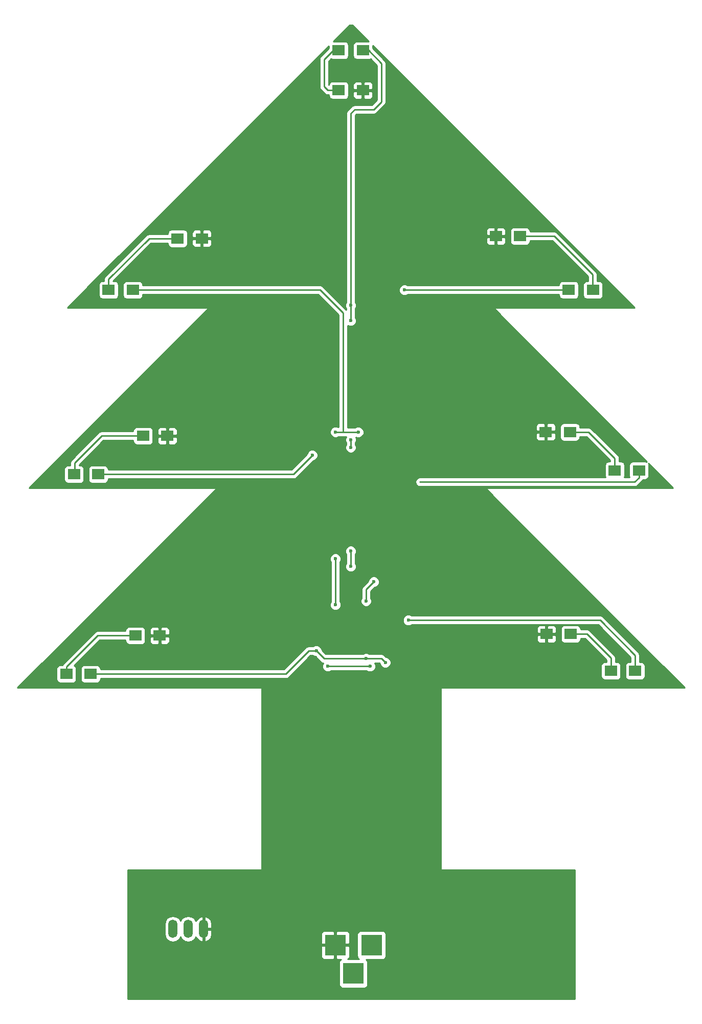
<source format=gbr>
G04 #@! TF.FileFunction,Copper,L2,Bot,Signal*
%FSLAX46Y46*%
G04 Gerber Fmt 4.6, Leading zero omitted, Abs format (unit mm)*
G04 Created by KiCad (PCBNEW 4.0.6) date Saturday, November 11, 2017 'PMt' 03:03:55 PM*
%MOMM*%
%LPD*%
G01*
G04 APERTURE LIST*
%ADD10C,0.100000*%
%ADD11O,1.510000X3.010000*%
%ADD12R,3.500000X3.500000*%
%ADD13R,2.000000X1.700000*%
%ADD14C,0.600000*%
%ADD15C,0.250000*%
%ADD16C,0.254000*%
G04 APERTURE END LIST*
D10*
D11*
X65786000Y-170434000D03*
X68326000Y-170434000D03*
X70866000Y-170434000D03*
D12*
X98679000Y-173101000D03*
X92679000Y-173101000D03*
X95679000Y-177801000D03*
D13*
X135350000Y-64770000D03*
X131350000Y-64770000D03*
X49435000Y-95250000D03*
X53435000Y-95250000D03*
X138335000Y-127762000D03*
X142335000Y-127762000D03*
X55150000Y-64770000D03*
X59150000Y-64770000D03*
X138970000Y-94615000D03*
X142970000Y-94615000D03*
X48165000Y-128270000D03*
X52165000Y-128270000D03*
X123285000Y-55880000D03*
X119285000Y-55880000D03*
X60865000Y-88900000D03*
X64865000Y-88900000D03*
X131667000Y-121666000D03*
X127667000Y-121666000D03*
X66580000Y-56261000D03*
X70580000Y-56261000D03*
X131540000Y-88265000D03*
X127540000Y-88265000D03*
X59595000Y-121920000D03*
X63595000Y-121920000D03*
X93250000Y-31750000D03*
X97250000Y-31750000D03*
X93250000Y-25146000D03*
X97250000Y-25146000D03*
D14*
X91440000Y-127000000D03*
X98425000Y-127000000D03*
X104775000Y-119380000D03*
X104140000Y-64770000D03*
X88900000Y-92075000D03*
X92710000Y-109220000D03*
X92710000Y-116840000D03*
X95250000Y-67310000D03*
X95250000Y-69850000D03*
X95250000Y-89535000D03*
X95250000Y-90805000D03*
X95250000Y-110490000D03*
X95250000Y-107950000D03*
X97790000Y-116205000D03*
X99060000Y-113030000D03*
X92710000Y-88265000D03*
X96520000Y-88265000D03*
X100965000Y-126365000D03*
X97790000Y-125730000D03*
X89535000Y-124460000D03*
D15*
X142335000Y-127762000D02*
X142335000Y-125190000D01*
X98425000Y-127000000D02*
X91440000Y-127000000D01*
X136525000Y-119380000D02*
X104775000Y-119380000D01*
X142335000Y-125190000D02*
X136525000Y-119380000D01*
X104140000Y-64770000D02*
X131350000Y-64770000D01*
X85725000Y-95250000D02*
X53435000Y-95250000D01*
X88900000Y-92075000D02*
X85725000Y-95250000D01*
X123285000Y-55880000D02*
X128905000Y-55880000D01*
X135255000Y-62230000D02*
X135255000Y-64675000D01*
X128905000Y-55880000D02*
X135255000Y-62230000D01*
X135255000Y-64675000D02*
X135350000Y-64770000D01*
X60865000Y-88900000D02*
X53975000Y-88900000D01*
X49530000Y-93345000D02*
X49530000Y-95155000D01*
X53975000Y-88900000D02*
X49530000Y-93345000D01*
X49530000Y-95155000D02*
X49435000Y-95250000D01*
X134366000Y-121666000D02*
X138335000Y-125635000D01*
X131667000Y-121666000D02*
X134366000Y-121666000D01*
X138335000Y-125635000D02*
X138335000Y-127762000D01*
X92710000Y-116840000D02*
X92710000Y-109220000D01*
X55150000Y-64770000D02*
X55150000Y-62960000D01*
X61849000Y-56261000D02*
X66580000Y-56261000D01*
X55150000Y-62960000D02*
X61849000Y-56261000D01*
X131540000Y-88265000D02*
X134620000Y-88265000D01*
X138970000Y-92615000D02*
X138970000Y-94615000D01*
X134620000Y-88265000D02*
X138970000Y-92615000D01*
X48165000Y-128270000D02*
X48165000Y-127095000D01*
X53340000Y-121920000D02*
X59595000Y-121920000D01*
X48165000Y-127095000D02*
X53340000Y-121920000D01*
X93250000Y-25146000D02*
X92329000Y-25146000D01*
X92329000Y-25146000D02*
X90805000Y-26670000D01*
X90805000Y-26670000D02*
X90805000Y-31115000D01*
X90805000Y-31115000D02*
X91440000Y-31750000D01*
X91440000Y-31750000D02*
X93250000Y-31750000D01*
X95250000Y-67310000D02*
X95250000Y-69850000D01*
X95250000Y-35560000D02*
X95250000Y-67310000D01*
X95250000Y-89535000D02*
X95250000Y-90805000D01*
X95885000Y-34925000D02*
X95250000Y-35560000D01*
X99060000Y-34925000D02*
X95885000Y-34925000D01*
X100330000Y-33655000D02*
X99060000Y-34925000D01*
X100330000Y-27305000D02*
X100330000Y-33655000D01*
X100330000Y-27305000D02*
X98171000Y-25146000D01*
X97250000Y-25146000D02*
X98171000Y-25146000D01*
X95250000Y-107950000D02*
X95250000Y-110490000D01*
X97790000Y-114300000D02*
X97790000Y-116205000D01*
X99060000Y-113030000D02*
X97790000Y-114300000D01*
X142970000Y-95790000D02*
X142240000Y-96520000D01*
X142240000Y-96520000D02*
X106680000Y-96520000D01*
X142970000Y-95790000D02*
X142970000Y-94615000D01*
X59150000Y-64770000D02*
X90170000Y-64770000D01*
X93980000Y-68580000D02*
X93980000Y-88265000D01*
X90170000Y-64770000D02*
X93980000Y-68580000D01*
X89535000Y-124460000D02*
X88265000Y-124460000D01*
X84455000Y-128270000D02*
X52165000Y-128270000D01*
X88265000Y-124460000D02*
X84455000Y-128270000D01*
X94615000Y-88265000D02*
X93980000Y-88265000D01*
X93980000Y-88265000D02*
X92710000Y-88265000D01*
X96520000Y-88265000D02*
X94615000Y-88265000D01*
X100330000Y-125730000D02*
X97790000Y-125730000D01*
X100965000Y-126365000D02*
X100330000Y-125730000D01*
X90805000Y-125730000D02*
X97790000Y-125730000D01*
X89535000Y-124460000D02*
X90805000Y-125730000D01*
D16*
G36*
X98209468Y-23648560D02*
X96250000Y-23648560D01*
X96014683Y-23692838D01*
X95798559Y-23831910D01*
X95653569Y-24044110D01*
X95602560Y-24296000D01*
X95602560Y-25996000D01*
X95646838Y-26231317D01*
X95785910Y-26447441D01*
X95998110Y-26592431D01*
X96250000Y-26643440D01*
X98250000Y-26643440D01*
X98485317Y-26599162D01*
X98524285Y-26574087D01*
X99570000Y-27619802D01*
X99570000Y-33340198D01*
X98745198Y-34165000D01*
X95885000Y-34165000D01*
X95594161Y-34222852D01*
X95347599Y-34387599D01*
X94712599Y-35022599D01*
X94547852Y-35269161D01*
X94490000Y-35560000D01*
X94490000Y-66747537D01*
X94457808Y-66779673D01*
X94315162Y-67123201D01*
X94314838Y-67495167D01*
X94456883Y-67838943D01*
X94490000Y-67872118D01*
X94490000Y-68015198D01*
X90707401Y-64232599D01*
X90460839Y-64067852D01*
X90170000Y-64010000D01*
X60797440Y-64010000D01*
X60797440Y-63920000D01*
X60753162Y-63684683D01*
X60614090Y-63468559D01*
X60401890Y-63323569D01*
X60150000Y-63272560D01*
X58150000Y-63272560D01*
X57914683Y-63316838D01*
X57698559Y-63455910D01*
X57553569Y-63668110D01*
X57502560Y-63920000D01*
X57502560Y-65620000D01*
X57546838Y-65855317D01*
X57685910Y-66071441D01*
X57898110Y-66216431D01*
X58150000Y-66267440D01*
X60150000Y-66267440D01*
X60385317Y-66223162D01*
X60601441Y-66084090D01*
X60746431Y-65871890D01*
X60797440Y-65620000D01*
X60797440Y-65530000D01*
X89855198Y-65530000D01*
X93220000Y-68894802D01*
X93220000Y-87464367D01*
X92896799Y-87330162D01*
X92524833Y-87329838D01*
X92181057Y-87471883D01*
X91917808Y-87734673D01*
X91775162Y-88078201D01*
X91774838Y-88450167D01*
X91916883Y-88793943D01*
X92179673Y-89057192D01*
X92523201Y-89199838D01*
X92895167Y-89200162D01*
X93238943Y-89058117D01*
X93272118Y-89025000D01*
X94449367Y-89025000D01*
X94315162Y-89348201D01*
X94314838Y-89720167D01*
X94456883Y-90063943D01*
X94490000Y-90097118D01*
X94490000Y-90242537D01*
X94457808Y-90274673D01*
X94315162Y-90618201D01*
X94314838Y-90990167D01*
X94456883Y-91333943D01*
X94719673Y-91597192D01*
X95063201Y-91739838D01*
X95435167Y-91740162D01*
X95778943Y-91598117D01*
X96042192Y-91335327D01*
X96184838Y-90991799D01*
X96185162Y-90619833D01*
X96043117Y-90276057D01*
X96010000Y-90242882D01*
X96010000Y-90097463D01*
X96042192Y-90065327D01*
X96184838Y-89721799D01*
X96185162Y-89349833D01*
X96079690Y-89094570D01*
X96333201Y-89199838D01*
X96705167Y-89200162D01*
X97048943Y-89058117D01*
X97312192Y-88795327D01*
X97413749Y-88550750D01*
X125905000Y-88550750D01*
X125905000Y-89241310D01*
X126001673Y-89474699D01*
X126180302Y-89653327D01*
X126413691Y-89750000D01*
X127254250Y-89750000D01*
X127413000Y-89591250D01*
X127413000Y-88392000D01*
X127667000Y-88392000D01*
X127667000Y-89591250D01*
X127825750Y-89750000D01*
X128666309Y-89750000D01*
X128899698Y-89653327D01*
X129078327Y-89474699D01*
X129175000Y-89241310D01*
X129175000Y-88550750D01*
X129016250Y-88392000D01*
X127667000Y-88392000D01*
X127413000Y-88392000D01*
X126063750Y-88392000D01*
X125905000Y-88550750D01*
X97413749Y-88550750D01*
X97454838Y-88451799D01*
X97455162Y-88079833D01*
X97313117Y-87736057D01*
X97050327Y-87472808D01*
X96706799Y-87330162D01*
X96334833Y-87329838D01*
X95991057Y-87471883D01*
X95957882Y-87505000D01*
X94740000Y-87505000D01*
X94740000Y-87288690D01*
X125905000Y-87288690D01*
X125905000Y-87979250D01*
X126063750Y-88138000D01*
X127413000Y-88138000D01*
X127413000Y-86938750D01*
X127667000Y-86938750D01*
X127667000Y-88138000D01*
X129016250Y-88138000D01*
X129175000Y-87979250D01*
X129175000Y-87288690D01*
X129078327Y-87055301D01*
X128899698Y-86876673D01*
X128666309Y-86780000D01*
X127825750Y-86780000D01*
X127667000Y-86938750D01*
X127413000Y-86938750D01*
X127254250Y-86780000D01*
X126413691Y-86780000D01*
X126180302Y-86876673D01*
X126001673Y-87055301D01*
X125905000Y-87288690D01*
X94740000Y-87288690D01*
X94740000Y-70650633D01*
X95063201Y-70784838D01*
X95435167Y-70785162D01*
X95778943Y-70643117D01*
X96042192Y-70380327D01*
X96184838Y-70036799D01*
X96185162Y-69664833D01*
X96043117Y-69321057D01*
X96010000Y-69287882D01*
X96010000Y-67872463D01*
X96042192Y-67840327D01*
X96184838Y-67496799D01*
X96185162Y-67124833D01*
X96043117Y-66781057D01*
X96010000Y-66747882D01*
X96010000Y-64955167D01*
X103204838Y-64955167D01*
X103346883Y-65298943D01*
X103609673Y-65562192D01*
X103953201Y-65704838D01*
X104325167Y-65705162D01*
X104668943Y-65563117D01*
X104702118Y-65530000D01*
X129702560Y-65530000D01*
X129702560Y-65620000D01*
X129746838Y-65855317D01*
X129885910Y-66071441D01*
X130098110Y-66216431D01*
X130350000Y-66267440D01*
X132350000Y-66267440D01*
X132585317Y-66223162D01*
X132801441Y-66084090D01*
X132946431Y-65871890D01*
X132997440Y-65620000D01*
X132997440Y-63920000D01*
X132953162Y-63684683D01*
X132814090Y-63468559D01*
X132601890Y-63323569D01*
X132350000Y-63272560D01*
X130350000Y-63272560D01*
X130114683Y-63316838D01*
X129898559Y-63455910D01*
X129753569Y-63668110D01*
X129702560Y-63920000D01*
X129702560Y-64010000D01*
X104702463Y-64010000D01*
X104670327Y-63977808D01*
X104326799Y-63835162D01*
X103954833Y-63834838D01*
X103611057Y-63976883D01*
X103347808Y-64239673D01*
X103205162Y-64583201D01*
X103204838Y-64955167D01*
X96010000Y-64955167D01*
X96010000Y-56165750D01*
X117650000Y-56165750D01*
X117650000Y-56856310D01*
X117746673Y-57089699D01*
X117925302Y-57268327D01*
X118158691Y-57365000D01*
X118999250Y-57365000D01*
X119158000Y-57206250D01*
X119158000Y-56007000D01*
X119412000Y-56007000D01*
X119412000Y-57206250D01*
X119570750Y-57365000D01*
X120411309Y-57365000D01*
X120644698Y-57268327D01*
X120823327Y-57089699D01*
X120920000Y-56856310D01*
X120920000Y-56165750D01*
X120761250Y-56007000D01*
X119412000Y-56007000D01*
X119158000Y-56007000D01*
X117808750Y-56007000D01*
X117650000Y-56165750D01*
X96010000Y-56165750D01*
X96010000Y-54903690D01*
X117650000Y-54903690D01*
X117650000Y-55594250D01*
X117808750Y-55753000D01*
X119158000Y-55753000D01*
X119158000Y-54553750D01*
X119412000Y-54553750D01*
X119412000Y-55753000D01*
X120761250Y-55753000D01*
X120920000Y-55594250D01*
X120920000Y-55030000D01*
X121637560Y-55030000D01*
X121637560Y-56730000D01*
X121681838Y-56965317D01*
X121820910Y-57181441D01*
X122033110Y-57326431D01*
X122285000Y-57377440D01*
X124285000Y-57377440D01*
X124520317Y-57333162D01*
X124736441Y-57194090D01*
X124881431Y-56981890D01*
X124932440Y-56730000D01*
X124932440Y-56640000D01*
X128590198Y-56640000D01*
X134495000Y-62544802D01*
X134495000Y-63272560D01*
X134350000Y-63272560D01*
X134114683Y-63316838D01*
X133898559Y-63455910D01*
X133753569Y-63668110D01*
X133702560Y-63920000D01*
X133702560Y-65620000D01*
X133746838Y-65855317D01*
X133885910Y-66071441D01*
X134098110Y-66216431D01*
X134350000Y-66267440D01*
X136350000Y-66267440D01*
X136585317Y-66223162D01*
X136801441Y-66084090D01*
X136946431Y-65871890D01*
X136997440Y-65620000D01*
X136997440Y-63920000D01*
X136953162Y-63684683D01*
X136814090Y-63468559D01*
X136601890Y-63323569D01*
X136350000Y-63272560D01*
X136015000Y-63272560D01*
X136015000Y-62230000D01*
X135957148Y-61939161D01*
X135792401Y-61692599D01*
X129442401Y-55342599D01*
X129195839Y-55177852D01*
X128905000Y-55120000D01*
X124932440Y-55120000D01*
X124932440Y-55030000D01*
X124888162Y-54794683D01*
X124749090Y-54578559D01*
X124536890Y-54433569D01*
X124285000Y-54382560D01*
X122285000Y-54382560D01*
X122049683Y-54426838D01*
X121833559Y-54565910D01*
X121688569Y-54778110D01*
X121637560Y-55030000D01*
X120920000Y-55030000D01*
X120920000Y-54903690D01*
X120823327Y-54670301D01*
X120644698Y-54491673D01*
X120411309Y-54395000D01*
X119570750Y-54395000D01*
X119412000Y-54553750D01*
X119158000Y-54553750D01*
X118999250Y-54395000D01*
X118158691Y-54395000D01*
X117925302Y-54491673D01*
X117746673Y-54670301D01*
X117650000Y-54903690D01*
X96010000Y-54903690D01*
X96010000Y-35874802D01*
X96199802Y-35685000D01*
X99060000Y-35685000D01*
X99350839Y-35627148D01*
X99597401Y-35462401D01*
X100867401Y-34192401D01*
X101032148Y-33945840D01*
X101090000Y-33655000D01*
X101090000Y-27305000D01*
X101032148Y-27014161D01*
X100867401Y-26767599D01*
X98897440Y-24797638D01*
X98897440Y-24336532D01*
X142251908Y-67691000D01*
X119126000Y-67691000D01*
X119076590Y-67701006D01*
X119034965Y-67729447D01*
X119007685Y-67771841D01*
X118999048Y-67821509D01*
X119010416Y-67870623D01*
X119036197Y-67907803D01*
X120022130Y-68893736D01*
X120147954Y-69082046D01*
X144261631Y-93195723D01*
X144221890Y-93168569D01*
X143970000Y-93117560D01*
X141970000Y-93117560D01*
X141734683Y-93161838D01*
X141518559Y-93300910D01*
X141373569Y-93513110D01*
X141322560Y-93765000D01*
X141322560Y-95465000D01*
X141366838Y-95700317D01*
X141405243Y-95760000D01*
X140536975Y-95760000D01*
X140566431Y-95716890D01*
X140617440Y-95465000D01*
X140617440Y-93765000D01*
X140573162Y-93529683D01*
X140434090Y-93313559D01*
X140221890Y-93168569D01*
X139970000Y-93117560D01*
X139730000Y-93117560D01*
X139730000Y-92615000D01*
X139672148Y-92324161D01*
X139507401Y-92077599D01*
X135157401Y-87727599D01*
X134910839Y-87562852D01*
X134620000Y-87505000D01*
X133187440Y-87505000D01*
X133187440Y-87415000D01*
X133143162Y-87179683D01*
X133004090Y-86963559D01*
X132791890Y-86818569D01*
X132540000Y-86767560D01*
X130540000Y-86767560D01*
X130304683Y-86811838D01*
X130088559Y-86950910D01*
X129943569Y-87163110D01*
X129892560Y-87415000D01*
X129892560Y-89115000D01*
X129936838Y-89350317D01*
X130075910Y-89566441D01*
X130288110Y-89711431D01*
X130540000Y-89762440D01*
X132540000Y-89762440D01*
X132775317Y-89718162D01*
X132991441Y-89579090D01*
X133136431Y-89366890D01*
X133187440Y-89115000D01*
X133187440Y-89025000D01*
X134305198Y-89025000D01*
X138210000Y-92929802D01*
X138210000Y-93117560D01*
X137970000Y-93117560D01*
X137734683Y-93161838D01*
X137518559Y-93300910D01*
X137373569Y-93513110D01*
X137322560Y-93765000D01*
X137322560Y-95465000D01*
X137366838Y-95700317D01*
X137405243Y-95760000D01*
X106680000Y-95760000D01*
X106389161Y-95817852D01*
X106142599Y-95982599D01*
X105977852Y-96229161D01*
X105920000Y-96520000D01*
X105977852Y-96810839D01*
X106142599Y-97057401D01*
X106389161Y-97222148D01*
X106680000Y-97280000D01*
X142240000Y-97280000D01*
X142530839Y-97222148D01*
X142777401Y-97057401D01*
X143507401Y-96327401D01*
X143651033Y-96112440D01*
X143970000Y-96112440D01*
X144205317Y-96068162D01*
X144421441Y-95929090D01*
X144566431Y-95716890D01*
X144617440Y-95465000D01*
X144617440Y-93765000D01*
X144573162Y-93529683D01*
X144532680Y-93466772D01*
X148601908Y-97536000D01*
X117856000Y-97536000D01*
X117806590Y-97546006D01*
X117764965Y-97574447D01*
X117737685Y-97616841D01*
X117729048Y-97666509D01*
X117740416Y-97715623D01*
X117766197Y-97752803D01*
X118752130Y-98738736D01*
X118877954Y-98927046D01*
X150506908Y-130556000D01*
X110236000Y-130556000D01*
X110186590Y-130566006D01*
X110144965Y-130594447D01*
X110117685Y-130636841D01*
X110109000Y-130683000D01*
X110109000Y-160528000D01*
X110119006Y-160577410D01*
X110147447Y-160619035D01*
X110189841Y-160646315D01*
X110236000Y-160655000D01*
X132334000Y-160655000D01*
X132334000Y-181991000D01*
X58293000Y-181991000D01*
X58293000Y-173386750D01*
X90294000Y-173386750D01*
X90294000Y-174977310D01*
X90390673Y-175210699D01*
X90569302Y-175389327D01*
X90802691Y-175486000D01*
X92393250Y-175486000D01*
X92552000Y-175327250D01*
X92552000Y-173228000D01*
X92806000Y-173228000D01*
X92806000Y-175327250D01*
X92964750Y-175486000D01*
X93634378Y-175486000D01*
X93477559Y-175586910D01*
X93332569Y-175799110D01*
X93281560Y-176051000D01*
X93281560Y-179551000D01*
X93325838Y-179786317D01*
X93464910Y-180002441D01*
X93677110Y-180147431D01*
X93929000Y-180198440D01*
X97429000Y-180198440D01*
X97664317Y-180154162D01*
X97880441Y-180015090D01*
X98025431Y-179802890D01*
X98076440Y-179551000D01*
X98076440Y-176051000D01*
X98032162Y-175815683D01*
X97893090Y-175599559D01*
X97745097Y-175498440D01*
X100429000Y-175498440D01*
X100664317Y-175454162D01*
X100880441Y-175315090D01*
X101025431Y-175102890D01*
X101076440Y-174851000D01*
X101076440Y-171351000D01*
X101032162Y-171115683D01*
X100893090Y-170899559D01*
X100680890Y-170754569D01*
X100429000Y-170703560D01*
X96929000Y-170703560D01*
X96693683Y-170747838D01*
X96477559Y-170886910D01*
X96332569Y-171099110D01*
X96281560Y-171351000D01*
X96281560Y-174851000D01*
X96325838Y-175086317D01*
X96464910Y-175302441D01*
X96612903Y-175403560D01*
X94754337Y-175403560D01*
X94788698Y-175389327D01*
X94967327Y-175210699D01*
X95064000Y-174977310D01*
X95064000Y-173386750D01*
X94905250Y-173228000D01*
X92806000Y-173228000D01*
X92552000Y-173228000D01*
X90452750Y-173228000D01*
X90294000Y-173386750D01*
X58293000Y-173386750D01*
X58293000Y-169642075D01*
X64396000Y-169642075D01*
X64396000Y-171225925D01*
X64501807Y-171757855D01*
X64803122Y-172208803D01*
X65254070Y-172510118D01*
X65786000Y-172615925D01*
X66317930Y-172510118D01*
X66768878Y-172208803D01*
X67056000Y-171779096D01*
X67343122Y-172208803D01*
X67794070Y-172510118D01*
X68326000Y-172615925D01*
X68857930Y-172510118D01*
X69308878Y-172208803D01*
X69608751Y-171760013D01*
X69630408Y-171833263D01*
X69972924Y-172256681D01*
X70451403Y-172516793D01*
X70524029Y-172531277D01*
X70739000Y-172408683D01*
X70739000Y-170561000D01*
X70993000Y-170561000D01*
X70993000Y-172408683D01*
X71207971Y-172531277D01*
X71280597Y-172516793D01*
X71759076Y-172256681D01*
X72101592Y-171833263D01*
X72256000Y-171311000D01*
X72256000Y-171224690D01*
X90294000Y-171224690D01*
X90294000Y-172815250D01*
X90452750Y-172974000D01*
X92552000Y-172974000D01*
X92552000Y-170874750D01*
X92806000Y-170874750D01*
X92806000Y-172974000D01*
X94905250Y-172974000D01*
X95064000Y-172815250D01*
X95064000Y-171224690D01*
X94967327Y-170991301D01*
X94788698Y-170812673D01*
X94555309Y-170716000D01*
X92964750Y-170716000D01*
X92806000Y-170874750D01*
X92552000Y-170874750D01*
X92393250Y-170716000D01*
X90802691Y-170716000D01*
X90569302Y-170812673D01*
X90390673Y-170991301D01*
X90294000Y-171224690D01*
X72256000Y-171224690D01*
X72256000Y-170561000D01*
X70993000Y-170561000D01*
X70739000Y-170561000D01*
X70719000Y-170561000D01*
X70719000Y-170307000D01*
X70739000Y-170307000D01*
X70739000Y-168459317D01*
X70993000Y-168459317D01*
X70993000Y-170307000D01*
X72256000Y-170307000D01*
X72256000Y-169557000D01*
X72101592Y-169034737D01*
X71759076Y-168611319D01*
X71280597Y-168351207D01*
X71207971Y-168336723D01*
X70993000Y-168459317D01*
X70739000Y-168459317D01*
X70524029Y-168336723D01*
X70451403Y-168351207D01*
X69972924Y-168611319D01*
X69630408Y-169034737D01*
X69608751Y-169107987D01*
X69308878Y-168659197D01*
X68857930Y-168357882D01*
X68326000Y-168252075D01*
X67794070Y-168357882D01*
X67343122Y-168659197D01*
X67056000Y-169088904D01*
X66768878Y-168659197D01*
X66317930Y-168357882D01*
X65786000Y-168252075D01*
X65254070Y-168357882D01*
X64803122Y-168659197D01*
X64501807Y-169110145D01*
X64396000Y-169642075D01*
X58293000Y-169642075D01*
X58293000Y-160655000D01*
X80391000Y-160655000D01*
X80440410Y-160644994D01*
X80482035Y-160616553D01*
X80509315Y-160574159D01*
X80518000Y-160528000D01*
X80518000Y-130683000D01*
X80507994Y-130633590D01*
X80479553Y-130591965D01*
X80437159Y-130564685D01*
X80391000Y-130556000D01*
X40057606Y-130556000D01*
X43193606Y-127420000D01*
X46517560Y-127420000D01*
X46517560Y-129120000D01*
X46561838Y-129355317D01*
X46700910Y-129571441D01*
X46913110Y-129716431D01*
X47165000Y-129767440D01*
X49165000Y-129767440D01*
X49400317Y-129723162D01*
X49616441Y-129584090D01*
X49761431Y-129371890D01*
X49812440Y-129120000D01*
X49812440Y-127420000D01*
X50517560Y-127420000D01*
X50517560Y-129120000D01*
X50561838Y-129355317D01*
X50700910Y-129571441D01*
X50913110Y-129716431D01*
X51165000Y-129767440D01*
X53165000Y-129767440D01*
X53400317Y-129723162D01*
X53616441Y-129584090D01*
X53761431Y-129371890D01*
X53812440Y-129120000D01*
X53812440Y-129030000D01*
X84455000Y-129030000D01*
X84745839Y-128972148D01*
X84992401Y-128807401D01*
X88579802Y-125220000D01*
X88972537Y-125220000D01*
X89004673Y-125252192D01*
X89348201Y-125394838D01*
X89395077Y-125394879D01*
X90267599Y-126267401D01*
X90514160Y-126432148D01*
X90656947Y-126460550D01*
X90647808Y-126469673D01*
X90505162Y-126813201D01*
X90504838Y-127185167D01*
X90646883Y-127528943D01*
X90909673Y-127792192D01*
X91253201Y-127934838D01*
X91625167Y-127935162D01*
X91968943Y-127793117D01*
X92002118Y-127760000D01*
X97862537Y-127760000D01*
X97894673Y-127792192D01*
X98238201Y-127934838D01*
X98610167Y-127935162D01*
X98953943Y-127793117D01*
X99217192Y-127530327D01*
X99359838Y-127186799D01*
X99360162Y-126814833D01*
X99225944Y-126490000D01*
X100015198Y-126490000D01*
X100029878Y-126504680D01*
X100029838Y-126550167D01*
X100171883Y-126893943D01*
X100434673Y-127157192D01*
X100778201Y-127299838D01*
X101150167Y-127300162D01*
X101493943Y-127158117D01*
X101757192Y-126895327D01*
X101899838Y-126551799D01*
X101900162Y-126179833D01*
X101758117Y-125836057D01*
X101495327Y-125572808D01*
X101151799Y-125430162D01*
X101104923Y-125430121D01*
X100867401Y-125192599D01*
X100620839Y-125027852D01*
X100330000Y-124970000D01*
X98352463Y-124970000D01*
X98320327Y-124937808D01*
X97976799Y-124795162D01*
X97604833Y-124794838D01*
X97261057Y-124936883D01*
X97227882Y-124970000D01*
X91119802Y-124970000D01*
X90470122Y-124320320D01*
X90470162Y-124274833D01*
X90328117Y-123931057D01*
X90065327Y-123667808D01*
X89721799Y-123525162D01*
X89349833Y-123524838D01*
X89006057Y-123666883D01*
X88972882Y-123700000D01*
X88265000Y-123700000D01*
X87974161Y-123757852D01*
X87727599Y-123922599D01*
X84140198Y-127510000D01*
X53812440Y-127510000D01*
X53812440Y-127420000D01*
X53768162Y-127184683D01*
X53629090Y-126968559D01*
X53416890Y-126823569D01*
X53165000Y-126772560D01*
X51165000Y-126772560D01*
X50929683Y-126816838D01*
X50713559Y-126955910D01*
X50568569Y-127168110D01*
X50517560Y-127420000D01*
X49812440Y-127420000D01*
X49768162Y-127184683D01*
X49629090Y-126968559D01*
X49472937Y-126861865D01*
X53654802Y-122680000D01*
X57947560Y-122680000D01*
X57947560Y-122770000D01*
X57991838Y-123005317D01*
X58130910Y-123221441D01*
X58343110Y-123366431D01*
X58595000Y-123417440D01*
X60595000Y-123417440D01*
X60830317Y-123373162D01*
X61046441Y-123234090D01*
X61191431Y-123021890D01*
X61242440Y-122770000D01*
X61242440Y-122205750D01*
X61960000Y-122205750D01*
X61960000Y-122896310D01*
X62056673Y-123129699D01*
X62235302Y-123308327D01*
X62468691Y-123405000D01*
X63309250Y-123405000D01*
X63468000Y-123246250D01*
X63468000Y-122047000D01*
X63722000Y-122047000D01*
X63722000Y-123246250D01*
X63880750Y-123405000D01*
X64721309Y-123405000D01*
X64954698Y-123308327D01*
X65133327Y-123129699D01*
X65230000Y-122896310D01*
X65230000Y-122205750D01*
X65071250Y-122047000D01*
X63722000Y-122047000D01*
X63468000Y-122047000D01*
X62118750Y-122047000D01*
X61960000Y-122205750D01*
X61242440Y-122205750D01*
X61242440Y-121951750D01*
X126032000Y-121951750D01*
X126032000Y-122642310D01*
X126128673Y-122875699D01*
X126307302Y-123054327D01*
X126540691Y-123151000D01*
X127381250Y-123151000D01*
X127540000Y-122992250D01*
X127540000Y-121793000D01*
X127794000Y-121793000D01*
X127794000Y-122992250D01*
X127952750Y-123151000D01*
X128793309Y-123151000D01*
X129026698Y-123054327D01*
X129205327Y-122875699D01*
X129302000Y-122642310D01*
X129302000Y-121951750D01*
X129143250Y-121793000D01*
X127794000Y-121793000D01*
X127540000Y-121793000D01*
X126190750Y-121793000D01*
X126032000Y-121951750D01*
X61242440Y-121951750D01*
X61242440Y-121070000D01*
X61218674Y-120943690D01*
X61960000Y-120943690D01*
X61960000Y-121634250D01*
X62118750Y-121793000D01*
X63468000Y-121793000D01*
X63468000Y-120593750D01*
X63722000Y-120593750D01*
X63722000Y-121793000D01*
X65071250Y-121793000D01*
X65230000Y-121634250D01*
X65230000Y-120943690D01*
X65133327Y-120710301D01*
X65112716Y-120689690D01*
X126032000Y-120689690D01*
X126032000Y-121380250D01*
X126190750Y-121539000D01*
X127540000Y-121539000D01*
X127540000Y-120339750D01*
X127794000Y-120339750D01*
X127794000Y-121539000D01*
X129143250Y-121539000D01*
X129302000Y-121380250D01*
X129302000Y-120816000D01*
X130019560Y-120816000D01*
X130019560Y-122516000D01*
X130063838Y-122751317D01*
X130202910Y-122967441D01*
X130415110Y-123112431D01*
X130667000Y-123163440D01*
X132667000Y-123163440D01*
X132902317Y-123119162D01*
X133118441Y-122980090D01*
X133263431Y-122767890D01*
X133314440Y-122516000D01*
X133314440Y-122426000D01*
X134051198Y-122426000D01*
X137575000Y-125949802D01*
X137575000Y-126264560D01*
X137335000Y-126264560D01*
X137099683Y-126308838D01*
X136883559Y-126447910D01*
X136738569Y-126660110D01*
X136687560Y-126912000D01*
X136687560Y-128612000D01*
X136731838Y-128847317D01*
X136870910Y-129063441D01*
X137083110Y-129208431D01*
X137335000Y-129259440D01*
X139335000Y-129259440D01*
X139570317Y-129215162D01*
X139786441Y-129076090D01*
X139931431Y-128863890D01*
X139982440Y-128612000D01*
X139982440Y-126912000D01*
X139938162Y-126676683D01*
X139799090Y-126460559D01*
X139586890Y-126315569D01*
X139335000Y-126264560D01*
X139095000Y-126264560D01*
X139095000Y-125635000D01*
X139037148Y-125344161D01*
X138872401Y-125097599D01*
X134903401Y-121128599D01*
X134656839Y-120963852D01*
X134366000Y-120906000D01*
X133314440Y-120906000D01*
X133314440Y-120816000D01*
X133270162Y-120580683D01*
X133131090Y-120364559D01*
X132918890Y-120219569D01*
X132667000Y-120168560D01*
X130667000Y-120168560D01*
X130431683Y-120212838D01*
X130215559Y-120351910D01*
X130070569Y-120564110D01*
X130019560Y-120816000D01*
X129302000Y-120816000D01*
X129302000Y-120689690D01*
X129205327Y-120456301D01*
X129026698Y-120277673D01*
X128793309Y-120181000D01*
X127952750Y-120181000D01*
X127794000Y-120339750D01*
X127540000Y-120339750D01*
X127381250Y-120181000D01*
X126540691Y-120181000D01*
X126307302Y-120277673D01*
X126128673Y-120456301D01*
X126032000Y-120689690D01*
X65112716Y-120689690D01*
X64954698Y-120531673D01*
X64721309Y-120435000D01*
X63880750Y-120435000D01*
X63722000Y-120593750D01*
X63468000Y-120593750D01*
X63309250Y-120435000D01*
X62468691Y-120435000D01*
X62235302Y-120531673D01*
X62056673Y-120710301D01*
X61960000Y-120943690D01*
X61218674Y-120943690D01*
X61198162Y-120834683D01*
X61059090Y-120618559D01*
X60846890Y-120473569D01*
X60595000Y-120422560D01*
X58595000Y-120422560D01*
X58359683Y-120466838D01*
X58143559Y-120605910D01*
X57998569Y-120818110D01*
X57947560Y-121070000D01*
X57947560Y-121160000D01*
X53340000Y-121160000D01*
X53049160Y-121217852D01*
X52802599Y-121382599D01*
X47627599Y-126557599D01*
X47483967Y-126772560D01*
X47165000Y-126772560D01*
X46929683Y-126816838D01*
X46713559Y-126955910D01*
X46568569Y-127168110D01*
X46517560Y-127420000D01*
X43193606Y-127420000D01*
X51048439Y-119565167D01*
X103839838Y-119565167D01*
X103981883Y-119908943D01*
X104244673Y-120172192D01*
X104588201Y-120314838D01*
X104960167Y-120315162D01*
X105303943Y-120173117D01*
X105337118Y-120140000D01*
X136210198Y-120140000D01*
X141575000Y-125504802D01*
X141575000Y-126264560D01*
X141335000Y-126264560D01*
X141099683Y-126308838D01*
X140883559Y-126447910D01*
X140738569Y-126660110D01*
X140687560Y-126912000D01*
X140687560Y-128612000D01*
X140731838Y-128847317D01*
X140870910Y-129063441D01*
X141083110Y-129208431D01*
X141335000Y-129259440D01*
X143335000Y-129259440D01*
X143570317Y-129215162D01*
X143786441Y-129076090D01*
X143931431Y-128863890D01*
X143982440Y-128612000D01*
X143982440Y-126912000D01*
X143938162Y-126676683D01*
X143799090Y-126460559D01*
X143586890Y-126315569D01*
X143335000Y-126264560D01*
X143095000Y-126264560D01*
X143095000Y-125190000D01*
X143037148Y-124899161D01*
X142872401Y-124652599D01*
X137062401Y-118842599D01*
X136815839Y-118677852D01*
X136525000Y-118620000D01*
X105337463Y-118620000D01*
X105305327Y-118587808D01*
X104961799Y-118445162D01*
X104589833Y-118444838D01*
X104246057Y-118586883D01*
X103982808Y-118849673D01*
X103840162Y-119193201D01*
X103839838Y-119565167D01*
X51048439Y-119565167D01*
X61208439Y-109405167D01*
X91774838Y-109405167D01*
X91916883Y-109748943D01*
X91950000Y-109782118D01*
X91950000Y-116277537D01*
X91917808Y-116309673D01*
X91775162Y-116653201D01*
X91774838Y-117025167D01*
X91916883Y-117368943D01*
X92179673Y-117632192D01*
X92523201Y-117774838D01*
X92895167Y-117775162D01*
X93238943Y-117633117D01*
X93502192Y-117370327D01*
X93644838Y-117026799D01*
X93645162Y-116654833D01*
X93535805Y-116390167D01*
X96854838Y-116390167D01*
X96996883Y-116733943D01*
X97259673Y-116997192D01*
X97603201Y-117139838D01*
X97975167Y-117140162D01*
X98318943Y-116998117D01*
X98582192Y-116735327D01*
X98724838Y-116391799D01*
X98725162Y-116019833D01*
X98583117Y-115676057D01*
X98550000Y-115642882D01*
X98550000Y-114614802D01*
X99199680Y-113965122D01*
X99245167Y-113965162D01*
X99588943Y-113823117D01*
X99852192Y-113560327D01*
X99994838Y-113216799D01*
X99995162Y-112844833D01*
X99853117Y-112501057D01*
X99590327Y-112237808D01*
X99246799Y-112095162D01*
X98874833Y-112094838D01*
X98531057Y-112236883D01*
X98267808Y-112499673D01*
X98125162Y-112843201D01*
X98125121Y-112890077D01*
X97252599Y-113762599D01*
X97087852Y-114009161D01*
X97030000Y-114300000D01*
X97030000Y-115642537D01*
X96997808Y-115674673D01*
X96855162Y-116018201D01*
X96854838Y-116390167D01*
X93535805Y-116390167D01*
X93503117Y-116311057D01*
X93470000Y-116277882D01*
X93470000Y-109782463D01*
X93502192Y-109750327D01*
X93644838Y-109406799D01*
X93645162Y-109034833D01*
X93503117Y-108691057D01*
X93240327Y-108427808D01*
X92896799Y-108285162D01*
X92524833Y-108284838D01*
X92181057Y-108426883D01*
X91917808Y-108689673D01*
X91775162Y-109033201D01*
X91774838Y-109405167D01*
X61208439Y-109405167D01*
X62478439Y-108135167D01*
X94314838Y-108135167D01*
X94456883Y-108478943D01*
X94490000Y-108512118D01*
X94490000Y-109927537D01*
X94457808Y-109959673D01*
X94315162Y-110303201D01*
X94314838Y-110675167D01*
X94456883Y-111018943D01*
X94719673Y-111282192D01*
X95063201Y-111424838D01*
X95435167Y-111425162D01*
X95778943Y-111283117D01*
X96042192Y-111020327D01*
X96184838Y-110676799D01*
X96185162Y-110304833D01*
X96043117Y-109961057D01*
X96010000Y-109927882D01*
X96010000Y-108512463D01*
X96042192Y-108480327D01*
X96184838Y-108136799D01*
X96185162Y-107764833D01*
X96043117Y-107421057D01*
X95780327Y-107157808D01*
X95436799Y-107015162D01*
X95064833Y-107014838D01*
X94721057Y-107156883D01*
X94457808Y-107419673D01*
X94315162Y-107763201D01*
X94314838Y-108135167D01*
X62478439Y-108135167D01*
X72860803Y-97752803D01*
X72888666Y-97710789D01*
X72897988Y-97661246D01*
X72887300Y-97611978D01*
X72858287Y-97570751D01*
X72815520Y-97544059D01*
X72771000Y-97536000D01*
X41962606Y-97536000D01*
X45098606Y-94400000D01*
X47787560Y-94400000D01*
X47787560Y-96100000D01*
X47831838Y-96335317D01*
X47970910Y-96551441D01*
X48183110Y-96696431D01*
X48435000Y-96747440D01*
X50435000Y-96747440D01*
X50670317Y-96703162D01*
X50886441Y-96564090D01*
X51031431Y-96351890D01*
X51082440Y-96100000D01*
X51082440Y-94400000D01*
X51787560Y-94400000D01*
X51787560Y-96100000D01*
X51831838Y-96335317D01*
X51970910Y-96551441D01*
X52183110Y-96696431D01*
X52435000Y-96747440D01*
X54435000Y-96747440D01*
X54670317Y-96703162D01*
X54886441Y-96564090D01*
X55031431Y-96351890D01*
X55082440Y-96100000D01*
X55082440Y-96010000D01*
X85725000Y-96010000D01*
X86015839Y-95952148D01*
X86262401Y-95787401D01*
X89039680Y-93010122D01*
X89085167Y-93010162D01*
X89428943Y-92868117D01*
X89692192Y-92605327D01*
X89834838Y-92261799D01*
X89835162Y-91889833D01*
X89693117Y-91546057D01*
X89430327Y-91282808D01*
X89086799Y-91140162D01*
X88714833Y-91139838D01*
X88371057Y-91281883D01*
X88107808Y-91544673D01*
X87965162Y-91888201D01*
X87965121Y-91935077D01*
X85410198Y-94490000D01*
X55082440Y-94490000D01*
X55082440Y-94400000D01*
X55038162Y-94164683D01*
X54899090Y-93948559D01*
X54686890Y-93803569D01*
X54435000Y-93752560D01*
X52435000Y-93752560D01*
X52199683Y-93796838D01*
X51983559Y-93935910D01*
X51838569Y-94148110D01*
X51787560Y-94400000D01*
X51082440Y-94400000D01*
X51038162Y-94164683D01*
X50899090Y-93948559D01*
X50686890Y-93803569D01*
X50435000Y-93752560D01*
X50290000Y-93752560D01*
X50290000Y-93659802D01*
X54289802Y-89660000D01*
X59217560Y-89660000D01*
X59217560Y-89750000D01*
X59261838Y-89985317D01*
X59400910Y-90201441D01*
X59613110Y-90346431D01*
X59865000Y-90397440D01*
X61865000Y-90397440D01*
X62100317Y-90353162D01*
X62316441Y-90214090D01*
X62461431Y-90001890D01*
X62512440Y-89750000D01*
X62512440Y-89185750D01*
X63230000Y-89185750D01*
X63230000Y-89876310D01*
X63326673Y-90109699D01*
X63505302Y-90288327D01*
X63738691Y-90385000D01*
X64579250Y-90385000D01*
X64738000Y-90226250D01*
X64738000Y-89027000D01*
X64992000Y-89027000D01*
X64992000Y-90226250D01*
X65150750Y-90385000D01*
X65991309Y-90385000D01*
X66224698Y-90288327D01*
X66403327Y-90109699D01*
X66500000Y-89876310D01*
X66500000Y-89185750D01*
X66341250Y-89027000D01*
X64992000Y-89027000D01*
X64738000Y-89027000D01*
X63388750Y-89027000D01*
X63230000Y-89185750D01*
X62512440Y-89185750D01*
X62512440Y-88050000D01*
X62488674Y-87923690D01*
X63230000Y-87923690D01*
X63230000Y-88614250D01*
X63388750Y-88773000D01*
X64738000Y-88773000D01*
X64738000Y-87573750D01*
X64992000Y-87573750D01*
X64992000Y-88773000D01*
X66341250Y-88773000D01*
X66500000Y-88614250D01*
X66500000Y-87923690D01*
X66403327Y-87690301D01*
X66224698Y-87511673D01*
X65991309Y-87415000D01*
X65150750Y-87415000D01*
X64992000Y-87573750D01*
X64738000Y-87573750D01*
X64579250Y-87415000D01*
X63738691Y-87415000D01*
X63505302Y-87511673D01*
X63326673Y-87690301D01*
X63230000Y-87923690D01*
X62488674Y-87923690D01*
X62468162Y-87814683D01*
X62329090Y-87598559D01*
X62116890Y-87453569D01*
X61865000Y-87402560D01*
X59865000Y-87402560D01*
X59629683Y-87446838D01*
X59413559Y-87585910D01*
X59268569Y-87798110D01*
X59217560Y-88050000D01*
X59217560Y-88140000D01*
X53975000Y-88140000D01*
X53684160Y-88197852D01*
X53437599Y-88362599D01*
X48992599Y-92807599D01*
X48827852Y-93054161D01*
X48770000Y-93345000D01*
X48770000Y-93752560D01*
X48435000Y-93752560D01*
X48199683Y-93796838D01*
X47983559Y-93935910D01*
X47838569Y-94148110D01*
X47787560Y-94400000D01*
X45098606Y-94400000D01*
X71590803Y-67907803D01*
X71618666Y-67865789D01*
X71627988Y-67816246D01*
X71617300Y-67766978D01*
X71588287Y-67725751D01*
X71545520Y-67699059D01*
X71501000Y-67691000D01*
X48312606Y-67691000D01*
X52083606Y-63920000D01*
X53502560Y-63920000D01*
X53502560Y-65620000D01*
X53546838Y-65855317D01*
X53685910Y-66071441D01*
X53898110Y-66216431D01*
X54150000Y-66267440D01*
X56150000Y-66267440D01*
X56385317Y-66223162D01*
X56601441Y-66084090D01*
X56746431Y-65871890D01*
X56797440Y-65620000D01*
X56797440Y-63920000D01*
X56753162Y-63684683D01*
X56614090Y-63468559D01*
X56401890Y-63323569D01*
X56150000Y-63272560D01*
X55912242Y-63272560D01*
X62163802Y-57021000D01*
X64932560Y-57021000D01*
X64932560Y-57111000D01*
X64976838Y-57346317D01*
X65115910Y-57562441D01*
X65328110Y-57707431D01*
X65580000Y-57758440D01*
X67580000Y-57758440D01*
X67815317Y-57714162D01*
X68031441Y-57575090D01*
X68176431Y-57362890D01*
X68227440Y-57111000D01*
X68227440Y-56546750D01*
X68945000Y-56546750D01*
X68945000Y-57237310D01*
X69041673Y-57470699D01*
X69220302Y-57649327D01*
X69453691Y-57746000D01*
X70294250Y-57746000D01*
X70453000Y-57587250D01*
X70453000Y-56388000D01*
X70707000Y-56388000D01*
X70707000Y-57587250D01*
X70865750Y-57746000D01*
X71706309Y-57746000D01*
X71939698Y-57649327D01*
X72118327Y-57470699D01*
X72215000Y-57237310D01*
X72215000Y-56546750D01*
X72056250Y-56388000D01*
X70707000Y-56388000D01*
X70453000Y-56388000D01*
X69103750Y-56388000D01*
X68945000Y-56546750D01*
X68227440Y-56546750D01*
X68227440Y-55411000D01*
X68203674Y-55284690D01*
X68945000Y-55284690D01*
X68945000Y-55975250D01*
X69103750Y-56134000D01*
X70453000Y-56134000D01*
X70453000Y-54934750D01*
X70707000Y-54934750D01*
X70707000Y-56134000D01*
X72056250Y-56134000D01*
X72215000Y-55975250D01*
X72215000Y-55284690D01*
X72118327Y-55051301D01*
X71939698Y-54872673D01*
X71706309Y-54776000D01*
X70865750Y-54776000D01*
X70707000Y-54934750D01*
X70453000Y-54934750D01*
X70294250Y-54776000D01*
X69453691Y-54776000D01*
X69220302Y-54872673D01*
X69041673Y-55051301D01*
X68945000Y-55284690D01*
X68203674Y-55284690D01*
X68183162Y-55175683D01*
X68044090Y-54959559D01*
X67831890Y-54814569D01*
X67580000Y-54763560D01*
X65580000Y-54763560D01*
X65344683Y-54807838D01*
X65128559Y-54946910D01*
X64983569Y-55159110D01*
X64932560Y-55411000D01*
X64932560Y-55501000D01*
X61849000Y-55501000D01*
X61558161Y-55558852D01*
X61311599Y-55723599D01*
X54612599Y-62422599D01*
X54447852Y-62669161D01*
X54390000Y-62960000D01*
X54390000Y-63272560D01*
X54150000Y-63272560D01*
X53914683Y-63316838D01*
X53698559Y-63455910D01*
X53553569Y-63668110D01*
X53502560Y-63920000D01*
X52083606Y-63920000D01*
X91602560Y-24401046D01*
X91602560Y-24797638D01*
X90267599Y-26132599D01*
X90102852Y-26379161D01*
X90045000Y-26670000D01*
X90045000Y-31115000D01*
X90102852Y-31405839D01*
X90267599Y-31652401D01*
X90902599Y-32287401D01*
X91149161Y-32452148D01*
X91440000Y-32510000D01*
X91602560Y-32510000D01*
X91602560Y-32600000D01*
X91646838Y-32835317D01*
X91785910Y-33051441D01*
X91998110Y-33196431D01*
X92250000Y-33247440D01*
X94250000Y-33247440D01*
X94485317Y-33203162D01*
X94701441Y-33064090D01*
X94846431Y-32851890D01*
X94897440Y-32600000D01*
X94897440Y-32035750D01*
X95615000Y-32035750D01*
X95615000Y-32726310D01*
X95711673Y-32959699D01*
X95890302Y-33138327D01*
X96123691Y-33235000D01*
X96964250Y-33235000D01*
X97123000Y-33076250D01*
X97123000Y-31877000D01*
X97377000Y-31877000D01*
X97377000Y-33076250D01*
X97535750Y-33235000D01*
X98376309Y-33235000D01*
X98609698Y-33138327D01*
X98788327Y-32959699D01*
X98885000Y-32726310D01*
X98885000Y-32035750D01*
X98726250Y-31877000D01*
X97377000Y-31877000D01*
X97123000Y-31877000D01*
X95773750Y-31877000D01*
X95615000Y-32035750D01*
X94897440Y-32035750D01*
X94897440Y-30900000D01*
X94873674Y-30773690D01*
X95615000Y-30773690D01*
X95615000Y-31464250D01*
X95773750Y-31623000D01*
X97123000Y-31623000D01*
X97123000Y-30423750D01*
X97377000Y-30423750D01*
X97377000Y-31623000D01*
X98726250Y-31623000D01*
X98885000Y-31464250D01*
X98885000Y-30773690D01*
X98788327Y-30540301D01*
X98609698Y-30361673D01*
X98376309Y-30265000D01*
X97535750Y-30265000D01*
X97377000Y-30423750D01*
X97123000Y-30423750D01*
X96964250Y-30265000D01*
X96123691Y-30265000D01*
X95890302Y-30361673D01*
X95711673Y-30540301D01*
X95615000Y-30773690D01*
X94873674Y-30773690D01*
X94853162Y-30664683D01*
X94714090Y-30448559D01*
X94501890Y-30303569D01*
X94250000Y-30252560D01*
X92250000Y-30252560D01*
X92014683Y-30296838D01*
X91798559Y-30435910D01*
X91653569Y-30648110D01*
X91613042Y-30848240D01*
X91565000Y-30800198D01*
X91565000Y-26984802D01*
X91973908Y-26575894D01*
X91998110Y-26592431D01*
X92250000Y-26643440D01*
X94250000Y-26643440D01*
X94485317Y-26599162D01*
X94701441Y-26460090D01*
X94846431Y-26247890D01*
X94897440Y-25996000D01*
X94897440Y-24296000D01*
X94853162Y-24060683D01*
X94714090Y-23844559D01*
X94501890Y-23699569D01*
X94250000Y-23648560D01*
X92355046Y-23648560D01*
X95048606Y-20955000D01*
X95515908Y-20955000D01*
X98209468Y-23648560D01*
X98209468Y-23648560D01*
G37*
X98209468Y-23648560D02*
X96250000Y-23648560D01*
X96014683Y-23692838D01*
X95798559Y-23831910D01*
X95653569Y-24044110D01*
X95602560Y-24296000D01*
X95602560Y-25996000D01*
X95646838Y-26231317D01*
X95785910Y-26447441D01*
X95998110Y-26592431D01*
X96250000Y-26643440D01*
X98250000Y-26643440D01*
X98485317Y-26599162D01*
X98524285Y-26574087D01*
X99570000Y-27619802D01*
X99570000Y-33340198D01*
X98745198Y-34165000D01*
X95885000Y-34165000D01*
X95594161Y-34222852D01*
X95347599Y-34387599D01*
X94712599Y-35022599D01*
X94547852Y-35269161D01*
X94490000Y-35560000D01*
X94490000Y-66747537D01*
X94457808Y-66779673D01*
X94315162Y-67123201D01*
X94314838Y-67495167D01*
X94456883Y-67838943D01*
X94490000Y-67872118D01*
X94490000Y-68015198D01*
X90707401Y-64232599D01*
X90460839Y-64067852D01*
X90170000Y-64010000D01*
X60797440Y-64010000D01*
X60797440Y-63920000D01*
X60753162Y-63684683D01*
X60614090Y-63468559D01*
X60401890Y-63323569D01*
X60150000Y-63272560D01*
X58150000Y-63272560D01*
X57914683Y-63316838D01*
X57698559Y-63455910D01*
X57553569Y-63668110D01*
X57502560Y-63920000D01*
X57502560Y-65620000D01*
X57546838Y-65855317D01*
X57685910Y-66071441D01*
X57898110Y-66216431D01*
X58150000Y-66267440D01*
X60150000Y-66267440D01*
X60385317Y-66223162D01*
X60601441Y-66084090D01*
X60746431Y-65871890D01*
X60797440Y-65620000D01*
X60797440Y-65530000D01*
X89855198Y-65530000D01*
X93220000Y-68894802D01*
X93220000Y-87464367D01*
X92896799Y-87330162D01*
X92524833Y-87329838D01*
X92181057Y-87471883D01*
X91917808Y-87734673D01*
X91775162Y-88078201D01*
X91774838Y-88450167D01*
X91916883Y-88793943D01*
X92179673Y-89057192D01*
X92523201Y-89199838D01*
X92895167Y-89200162D01*
X93238943Y-89058117D01*
X93272118Y-89025000D01*
X94449367Y-89025000D01*
X94315162Y-89348201D01*
X94314838Y-89720167D01*
X94456883Y-90063943D01*
X94490000Y-90097118D01*
X94490000Y-90242537D01*
X94457808Y-90274673D01*
X94315162Y-90618201D01*
X94314838Y-90990167D01*
X94456883Y-91333943D01*
X94719673Y-91597192D01*
X95063201Y-91739838D01*
X95435167Y-91740162D01*
X95778943Y-91598117D01*
X96042192Y-91335327D01*
X96184838Y-90991799D01*
X96185162Y-90619833D01*
X96043117Y-90276057D01*
X96010000Y-90242882D01*
X96010000Y-90097463D01*
X96042192Y-90065327D01*
X96184838Y-89721799D01*
X96185162Y-89349833D01*
X96079690Y-89094570D01*
X96333201Y-89199838D01*
X96705167Y-89200162D01*
X97048943Y-89058117D01*
X97312192Y-88795327D01*
X97413749Y-88550750D01*
X125905000Y-88550750D01*
X125905000Y-89241310D01*
X126001673Y-89474699D01*
X126180302Y-89653327D01*
X126413691Y-89750000D01*
X127254250Y-89750000D01*
X127413000Y-89591250D01*
X127413000Y-88392000D01*
X127667000Y-88392000D01*
X127667000Y-89591250D01*
X127825750Y-89750000D01*
X128666309Y-89750000D01*
X128899698Y-89653327D01*
X129078327Y-89474699D01*
X129175000Y-89241310D01*
X129175000Y-88550750D01*
X129016250Y-88392000D01*
X127667000Y-88392000D01*
X127413000Y-88392000D01*
X126063750Y-88392000D01*
X125905000Y-88550750D01*
X97413749Y-88550750D01*
X97454838Y-88451799D01*
X97455162Y-88079833D01*
X97313117Y-87736057D01*
X97050327Y-87472808D01*
X96706799Y-87330162D01*
X96334833Y-87329838D01*
X95991057Y-87471883D01*
X95957882Y-87505000D01*
X94740000Y-87505000D01*
X94740000Y-87288690D01*
X125905000Y-87288690D01*
X125905000Y-87979250D01*
X126063750Y-88138000D01*
X127413000Y-88138000D01*
X127413000Y-86938750D01*
X127667000Y-86938750D01*
X127667000Y-88138000D01*
X129016250Y-88138000D01*
X129175000Y-87979250D01*
X129175000Y-87288690D01*
X129078327Y-87055301D01*
X128899698Y-86876673D01*
X128666309Y-86780000D01*
X127825750Y-86780000D01*
X127667000Y-86938750D01*
X127413000Y-86938750D01*
X127254250Y-86780000D01*
X126413691Y-86780000D01*
X126180302Y-86876673D01*
X126001673Y-87055301D01*
X125905000Y-87288690D01*
X94740000Y-87288690D01*
X94740000Y-70650633D01*
X95063201Y-70784838D01*
X95435167Y-70785162D01*
X95778943Y-70643117D01*
X96042192Y-70380327D01*
X96184838Y-70036799D01*
X96185162Y-69664833D01*
X96043117Y-69321057D01*
X96010000Y-69287882D01*
X96010000Y-67872463D01*
X96042192Y-67840327D01*
X96184838Y-67496799D01*
X96185162Y-67124833D01*
X96043117Y-66781057D01*
X96010000Y-66747882D01*
X96010000Y-64955167D01*
X103204838Y-64955167D01*
X103346883Y-65298943D01*
X103609673Y-65562192D01*
X103953201Y-65704838D01*
X104325167Y-65705162D01*
X104668943Y-65563117D01*
X104702118Y-65530000D01*
X129702560Y-65530000D01*
X129702560Y-65620000D01*
X129746838Y-65855317D01*
X129885910Y-66071441D01*
X130098110Y-66216431D01*
X130350000Y-66267440D01*
X132350000Y-66267440D01*
X132585317Y-66223162D01*
X132801441Y-66084090D01*
X132946431Y-65871890D01*
X132997440Y-65620000D01*
X132997440Y-63920000D01*
X132953162Y-63684683D01*
X132814090Y-63468559D01*
X132601890Y-63323569D01*
X132350000Y-63272560D01*
X130350000Y-63272560D01*
X130114683Y-63316838D01*
X129898559Y-63455910D01*
X129753569Y-63668110D01*
X129702560Y-63920000D01*
X129702560Y-64010000D01*
X104702463Y-64010000D01*
X104670327Y-63977808D01*
X104326799Y-63835162D01*
X103954833Y-63834838D01*
X103611057Y-63976883D01*
X103347808Y-64239673D01*
X103205162Y-64583201D01*
X103204838Y-64955167D01*
X96010000Y-64955167D01*
X96010000Y-56165750D01*
X117650000Y-56165750D01*
X117650000Y-56856310D01*
X117746673Y-57089699D01*
X117925302Y-57268327D01*
X118158691Y-57365000D01*
X118999250Y-57365000D01*
X119158000Y-57206250D01*
X119158000Y-56007000D01*
X119412000Y-56007000D01*
X119412000Y-57206250D01*
X119570750Y-57365000D01*
X120411309Y-57365000D01*
X120644698Y-57268327D01*
X120823327Y-57089699D01*
X120920000Y-56856310D01*
X120920000Y-56165750D01*
X120761250Y-56007000D01*
X119412000Y-56007000D01*
X119158000Y-56007000D01*
X117808750Y-56007000D01*
X117650000Y-56165750D01*
X96010000Y-56165750D01*
X96010000Y-54903690D01*
X117650000Y-54903690D01*
X117650000Y-55594250D01*
X117808750Y-55753000D01*
X119158000Y-55753000D01*
X119158000Y-54553750D01*
X119412000Y-54553750D01*
X119412000Y-55753000D01*
X120761250Y-55753000D01*
X120920000Y-55594250D01*
X120920000Y-55030000D01*
X121637560Y-55030000D01*
X121637560Y-56730000D01*
X121681838Y-56965317D01*
X121820910Y-57181441D01*
X122033110Y-57326431D01*
X122285000Y-57377440D01*
X124285000Y-57377440D01*
X124520317Y-57333162D01*
X124736441Y-57194090D01*
X124881431Y-56981890D01*
X124932440Y-56730000D01*
X124932440Y-56640000D01*
X128590198Y-56640000D01*
X134495000Y-62544802D01*
X134495000Y-63272560D01*
X134350000Y-63272560D01*
X134114683Y-63316838D01*
X133898559Y-63455910D01*
X133753569Y-63668110D01*
X133702560Y-63920000D01*
X133702560Y-65620000D01*
X133746838Y-65855317D01*
X133885910Y-66071441D01*
X134098110Y-66216431D01*
X134350000Y-66267440D01*
X136350000Y-66267440D01*
X136585317Y-66223162D01*
X136801441Y-66084090D01*
X136946431Y-65871890D01*
X136997440Y-65620000D01*
X136997440Y-63920000D01*
X136953162Y-63684683D01*
X136814090Y-63468559D01*
X136601890Y-63323569D01*
X136350000Y-63272560D01*
X136015000Y-63272560D01*
X136015000Y-62230000D01*
X135957148Y-61939161D01*
X135792401Y-61692599D01*
X129442401Y-55342599D01*
X129195839Y-55177852D01*
X128905000Y-55120000D01*
X124932440Y-55120000D01*
X124932440Y-55030000D01*
X124888162Y-54794683D01*
X124749090Y-54578559D01*
X124536890Y-54433569D01*
X124285000Y-54382560D01*
X122285000Y-54382560D01*
X122049683Y-54426838D01*
X121833559Y-54565910D01*
X121688569Y-54778110D01*
X121637560Y-55030000D01*
X120920000Y-55030000D01*
X120920000Y-54903690D01*
X120823327Y-54670301D01*
X120644698Y-54491673D01*
X120411309Y-54395000D01*
X119570750Y-54395000D01*
X119412000Y-54553750D01*
X119158000Y-54553750D01*
X118999250Y-54395000D01*
X118158691Y-54395000D01*
X117925302Y-54491673D01*
X117746673Y-54670301D01*
X117650000Y-54903690D01*
X96010000Y-54903690D01*
X96010000Y-35874802D01*
X96199802Y-35685000D01*
X99060000Y-35685000D01*
X99350839Y-35627148D01*
X99597401Y-35462401D01*
X100867401Y-34192401D01*
X101032148Y-33945840D01*
X101090000Y-33655000D01*
X101090000Y-27305000D01*
X101032148Y-27014161D01*
X100867401Y-26767599D01*
X98897440Y-24797638D01*
X98897440Y-24336532D01*
X142251908Y-67691000D01*
X119126000Y-67691000D01*
X119076590Y-67701006D01*
X119034965Y-67729447D01*
X119007685Y-67771841D01*
X118999048Y-67821509D01*
X119010416Y-67870623D01*
X119036197Y-67907803D01*
X120022130Y-68893736D01*
X120147954Y-69082046D01*
X144261631Y-93195723D01*
X144221890Y-93168569D01*
X143970000Y-93117560D01*
X141970000Y-93117560D01*
X141734683Y-93161838D01*
X141518559Y-93300910D01*
X141373569Y-93513110D01*
X141322560Y-93765000D01*
X141322560Y-95465000D01*
X141366838Y-95700317D01*
X141405243Y-95760000D01*
X140536975Y-95760000D01*
X140566431Y-95716890D01*
X140617440Y-95465000D01*
X140617440Y-93765000D01*
X140573162Y-93529683D01*
X140434090Y-93313559D01*
X140221890Y-93168569D01*
X139970000Y-93117560D01*
X139730000Y-93117560D01*
X139730000Y-92615000D01*
X139672148Y-92324161D01*
X139507401Y-92077599D01*
X135157401Y-87727599D01*
X134910839Y-87562852D01*
X134620000Y-87505000D01*
X133187440Y-87505000D01*
X133187440Y-87415000D01*
X133143162Y-87179683D01*
X133004090Y-86963559D01*
X132791890Y-86818569D01*
X132540000Y-86767560D01*
X130540000Y-86767560D01*
X130304683Y-86811838D01*
X130088559Y-86950910D01*
X129943569Y-87163110D01*
X129892560Y-87415000D01*
X129892560Y-89115000D01*
X129936838Y-89350317D01*
X130075910Y-89566441D01*
X130288110Y-89711431D01*
X130540000Y-89762440D01*
X132540000Y-89762440D01*
X132775317Y-89718162D01*
X132991441Y-89579090D01*
X133136431Y-89366890D01*
X133187440Y-89115000D01*
X133187440Y-89025000D01*
X134305198Y-89025000D01*
X138210000Y-92929802D01*
X138210000Y-93117560D01*
X137970000Y-93117560D01*
X137734683Y-93161838D01*
X137518559Y-93300910D01*
X137373569Y-93513110D01*
X137322560Y-93765000D01*
X137322560Y-95465000D01*
X137366838Y-95700317D01*
X137405243Y-95760000D01*
X106680000Y-95760000D01*
X106389161Y-95817852D01*
X106142599Y-95982599D01*
X105977852Y-96229161D01*
X105920000Y-96520000D01*
X105977852Y-96810839D01*
X106142599Y-97057401D01*
X106389161Y-97222148D01*
X106680000Y-97280000D01*
X142240000Y-97280000D01*
X142530839Y-97222148D01*
X142777401Y-97057401D01*
X143507401Y-96327401D01*
X143651033Y-96112440D01*
X143970000Y-96112440D01*
X144205317Y-96068162D01*
X144421441Y-95929090D01*
X144566431Y-95716890D01*
X144617440Y-95465000D01*
X144617440Y-93765000D01*
X144573162Y-93529683D01*
X144532680Y-93466772D01*
X148601908Y-97536000D01*
X117856000Y-97536000D01*
X117806590Y-97546006D01*
X117764965Y-97574447D01*
X117737685Y-97616841D01*
X117729048Y-97666509D01*
X117740416Y-97715623D01*
X117766197Y-97752803D01*
X118752130Y-98738736D01*
X118877954Y-98927046D01*
X150506908Y-130556000D01*
X110236000Y-130556000D01*
X110186590Y-130566006D01*
X110144965Y-130594447D01*
X110117685Y-130636841D01*
X110109000Y-130683000D01*
X110109000Y-160528000D01*
X110119006Y-160577410D01*
X110147447Y-160619035D01*
X110189841Y-160646315D01*
X110236000Y-160655000D01*
X132334000Y-160655000D01*
X132334000Y-181991000D01*
X58293000Y-181991000D01*
X58293000Y-173386750D01*
X90294000Y-173386750D01*
X90294000Y-174977310D01*
X90390673Y-175210699D01*
X90569302Y-175389327D01*
X90802691Y-175486000D01*
X92393250Y-175486000D01*
X92552000Y-175327250D01*
X92552000Y-173228000D01*
X92806000Y-173228000D01*
X92806000Y-175327250D01*
X92964750Y-175486000D01*
X93634378Y-175486000D01*
X93477559Y-175586910D01*
X93332569Y-175799110D01*
X93281560Y-176051000D01*
X93281560Y-179551000D01*
X93325838Y-179786317D01*
X93464910Y-180002441D01*
X93677110Y-180147431D01*
X93929000Y-180198440D01*
X97429000Y-180198440D01*
X97664317Y-180154162D01*
X97880441Y-180015090D01*
X98025431Y-179802890D01*
X98076440Y-179551000D01*
X98076440Y-176051000D01*
X98032162Y-175815683D01*
X97893090Y-175599559D01*
X97745097Y-175498440D01*
X100429000Y-175498440D01*
X100664317Y-175454162D01*
X100880441Y-175315090D01*
X101025431Y-175102890D01*
X101076440Y-174851000D01*
X101076440Y-171351000D01*
X101032162Y-171115683D01*
X100893090Y-170899559D01*
X100680890Y-170754569D01*
X100429000Y-170703560D01*
X96929000Y-170703560D01*
X96693683Y-170747838D01*
X96477559Y-170886910D01*
X96332569Y-171099110D01*
X96281560Y-171351000D01*
X96281560Y-174851000D01*
X96325838Y-175086317D01*
X96464910Y-175302441D01*
X96612903Y-175403560D01*
X94754337Y-175403560D01*
X94788698Y-175389327D01*
X94967327Y-175210699D01*
X95064000Y-174977310D01*
X95064000Y-173386750D01*
X94905250Y-173228000D01*
X92806000Y-173228000D01*
X92552000Y-173228000D01*
X90452750Y-173228000D01*
X90294000Y-173386750D01*
X58293000Y-173386750D01*
X58293000Y-169642075D01*
X64396000Y-169642075D01*
X64396000Y-171225925D01*
X64501807Y-171757855D01*
X64803122Y-172208803D01*
X65254070Y-172510118D01*
X65786000Y-172615925D01*
X66317930Y-172510118D01*
X66768878Y-172208803D01*
X67056000Y-171779096D01*
X67343122Y-172208803D01*
X67794070Y-172510118D01*
X68326000Y-172615925D01*
X68857930Y-172510118D01*
X69308878Y-172208803D01*
X69608751Y-171760013D01*
X69630408Y-171833263D01*
X69972924Y-172256681D01*
X70451403Y-172516793D01*
X70524029Y-172531277D01*
X70739000Y-172408683D01*
X70739000Y-170561000D01*
X70993000Y-170561000D01*
X70993000Y-172408683D01*
X71207971Y-172531277D01*
X71280597Y-172516793D01*
X71759076Y-172256681D01*
X72101592Y-171833263D01*
X72256000Y-171311000D01*
X72256000Y-171224690D01*
X90294000Y-171224690D01*
X90294000Y-172815250D01*
X90452750Y-172974000D01*
X92552000Y-172974000D01*
X92552000Y-170874750D01*
X92806000Y-170874750D01*
X92806000Y-172974000D01*
X94905250Y-172974000D01*
X95064000Y-172815250D01*
X95064000Y-171224690D01*
X94967327Y-170991301D01*
X94788698Y-170812673D01*
X94555309Y-170716000D01*
X92964750Y-170716000D01*
X92806000Y-170874750D01*
X92552000Y-170874750D01*
X92393250Y-170716000D01*
X90802691Y-170716000D01*
X90569302Y-170812673D01*
X90390673Y-170991301D01*
X90294000Y-171224690D01*
X72256000Y-171224690D01*
X72256000Y-170561000D01*
X70993000Y-170561000D01*
X70739000Y-170561000D01*
X70719000Y-170561000D01*
X70719000Y-170307000D01*
X70739000Y-170307000D01*
X70739000Y-168459317D01*
X70993000Y-168459317D01*
X70993000Y-170307000D01*
X72256000Y-170307000D01*
X72256000Y-169557000D01*
X72101592Y-169034737D01*
X71759076Y-168611319D01*
X71280597Y-168351207D01*
X71207971Y-168336723D01*
X70993000Y-168459317D01*
X70739000Y-168459317D01*
X70524029Y-168336723D01*
X70451403Y-168351207D01*
X69972924Y-168611319D01*
X69630408Y-169034737D01*
X69608751Y-169107987D01*
X69308878Y-168659197D01*
X68857930Y-168357882D01*
X68326000Y-168252075D01*
X67794070Y-168357882D01*
X67343122Y-168659197D01*
X67056000Y-169088904D01*
X66768878Y-168659197D01*
X66317930Y-168357882D01*
X65786000Y-168252075D01*
X65254070Y-168357882D01*
X64803122Y-168659197D01*
X64501807Y-169110145D01*
X64396000Y-169642075D01*
X58293000Y-169642075D01*
X58293000Y-160655000D01*
X80391000Y-160655000D01*
X80440410Y-160644994D01*
X80482035Y-160616553D01*
X80509315Y-160574159D01*
X80518000Y-160528000D01*
X80518000Y-130683000D01*
X80507994Y-130633590D01*
X80479553Y-130591965D01*
X80437159Y-130564685D01*
X80391000Y-130556000D01*
X40057606Y-130556000D01*
X43193606Y-127420000D01*
X46517560Y-127420000D01*
X46517560Y-129120000D01*
X46561838Y-129355317D01*
X46700910Y-129571441D01*
X46913110Y-129716431D01*
X47165000Y-129767440D01*
X49165000Y-129767440D01*
X49400317Y-129723162D01*
X49616441Y-129584090D01*
X49761431Y-129371890D01*
X49812440Y-129120000D01*
X49812440Y-127420000D01*
X50517560Y-127420000D01*
X50517560Y-129120000D01*
X50561838Y-129355317D01*
X50700910Y-129571441D01*
X50913110Y-129716431D01*
X51165000Y-129767440D01*
X53165000Y-129767440D01*
X53400317Y-129723162D01*
X53616441Y-129584090D01*
X53761431Y-129371890D01*
X53812440Y-129120000D01*
X53812440Y-129030000D01*
X84455000Y-129030000D01*
X84745839Y-128972148D01*
X84992401Y-128807401D01*
X88579802Y-125220000D01*
X88972537Y-125220000D01*
X89004673Y-125252192D01*
X89348201Y-125394838D01*
X89395077Y-125394879D01*
X90267599Y-126267401D01*
X90514160Y-126432148D01*
X90656947Y-126460550D01*
X90647808Y-126469673D01*
X90505162Y-126813201D01*
X90504838Y-127185167D01*
X90646883Y-127528943D01*
X90909673Y-127792192D01*
X91253201Y-127934838D01*
X91625167Y-127935162D01*
X91968943Y-127793117D01*
X92002118Y-127760000D01*
X97862537Y-127760000D01*
X97894673Y-127792192D01*
X98238201Y-127934838D01*
X98610167Y-127935162D01*
X98953943Y-127793117D01*
X99217192Y-127530327D01*
X99359838Y-127186799D01*
X99360162Y-126814833D01*
X99225944Y-126490000D01*
X100015198Y-126490000D01*
X100029878Y-126504680D01*
X100029838Y-126550167D01*
X100171883Y-126893943D01*
X100434673Y-127157192D01*
X100778201Y-127299838D01*
X101150167Y-127300162D01*
X101493943Y-127158117D01*
X101757192Y-126895327D01*
X101899838Y-126551799D01*
X101900162Y-126179833D01*
X101758117Y-125836057D01*
X101495327Y-125572808D01*
X101151799Y-125430162D01*
X101104923Y-125430121D01*
X100867401Y-125192599D01*
X100620839Y-125027852D01*
X100330000Y-124970000D01*
X98352463Y-124970000D01*
X98320327Y-124937808D01*
X97976799Y-124795162D01*
X97604833Y-124794838D01*
X97261057Y-124936883D01*
X97227882Y-124970000D01*
X91119802Y-124970000D01*
X90470122Y-124320320D01*
X90470162Y-124274833D01*
X90328117Y-123931057D01*
X90065327Y-123667808D01*
X89721799Y-123525162D01*
X89349833Y-123524838D01*
X89006057Y-123666883D01*
X88972882Y-123700000D01*
X88265000Y-123700000D01*
X87974161Y-123757852D01*
X87727599Y-123922599D01*
X84140198Y-127510000D01*
X53812440Y-127510000D01*
X53812440Y-127420000D01*
X53768162Y-127184683D01*
X53629090Y-126968559D01*
X53416890Y-126823569D01*
X53165000Y-126772560D01*
X51165000Y-126772560D01*
X50929683Y-126816838D01*
X50713559Y-126955910D01*
X50568569Y-127168110D01*
X50517560Y-127420000D01*
X49812440Y-127420000D01*
X49768162Y-127184683D01*
X49629090Y-126968559D01*
X49472937Y-126861865D01*
X53654802Y-122680000D01*
X57947560Y-122680000D01*
X57947560Y-122770000D01*
X57991838Y-123005317D01*
X58130910Y-123221441D01*
X58343110Y-123366431D01*
X58595000Y-123417440D01*
X60595000Y-123417440D01*
X60830317Y-123373162D01*
X61046441Y-123234090D01*
X61191431Y-123021890D01*
X61242440Y-122770000D01*
X61242440Y-122205750D01*
X61960000Y-122205750D01*
X61960000Y-122896310D01*
X62056673Y-123129699D01*
X62235302Y-123308327D01*
X62468691Y-123405000D01*
X63309250Y-123405000D01*
X63468000Y-123246250D01*
X63468000Y-122047000D01*
X63722000Y-122047000D01*
X63722000Y-123246250D01*
X63880750Y-123405000D01*
X64721309Y-123405000D01*
X64954698Y-123308327D01*
X65133327Y-123129699D01*
X65230000Y-122896310D01*
X65230000Y-122205750D01*
X65071250Y-122047000D01*
X63722000Y-122047000D01*
X63468000Y-122047000D01*
X62118750Y-122047000D01*
X61960000Y-122205750D01*
X61242440Y-122205750D01*
X61242440Y-121951750D01*
X126032000Y-121951750D01*
X126032000Y-122642310D01*
X126128673Y-122875699D01*
X126307302Y-123054327D01*
X126540691Y-123151000D01*
X127381250Y-123151000D01*
X127540000Y-122992250D01*
X127540000Y-121793000D01*
X127794000Y-121793000D01*
X127794000Y-122992250D01*
X127952750Y-123151000D01*
X128793309Y-123151000D01*
X129026698Y-123054327D01*
X129205327Y-122875699D01*
X129302000Y-122642310D01*
X129302000Y-121951750D01*
X129143250Y-121793000D01*
X127794000Y-121793000D01*
X127540000Y-121793000D01*
X126190750Y-121793000D01*
X126032000Y-121951750D01*
X61242440Y-121951750D01*
X61242440Y-121070000D01*
X61218674Y-120943690D01*
X61960000Y-120943690D01*
X61960000Y-121634250D01*
X62118750Y-121793000D01*
X63468000Y-121793000D01*
X63468000Y-120593750D01*
X63722000Y-120593750D01*
X63722000Y-121793000D01*
X65071250Y-121793000D01*
X65230000Y-121634250D01*
X65230000Y-120943690D01*
X65133327Y-120710301D01*
X65112716Y-120689690D01*
X126032000Y-120689690D01*
X126032000Y-121380250D01*
X126190750Y-121539000D01*
X127540000Y-121539000D01*
X127540000Y-120339750D01*
X127794000Y-120339750D01*
X127794000Y-121539000D01*
X129143250Y-121539000D01*
X129302000Y-121380250D01*
X129302000Y-120816000D01*
X130019560Y-120816000D01*
X130019560Y-122516000D01*
X130063838Y-122751317D01*
X130202910Y-122967441D01*
X130415110Y-123112431D01*
X130667000Y-123163440D01*
X132667000Y-123163440D01*
X132902317Y-123119162D01*
X133118441Y-122980090D01*
X133263431Y-122767890D01*
X133314440Y-122516000D01*
X133314440Y-122426000D01*
X134051198Y-122426000D01*
X137575000Y-125949802D01*
X137575000Y-126264560D01*
X137335000Y-126264560D01*
X137099683Y-126308838D01*
X136883559Y-126447910D01*
X136738569Y-126660110D01*
X136687560Y-126912000D01*
X136687560Y-128612000D01*
X136731838Y-128847317D01*
X136870910Y-129063441D01*
X137083110Y-129208431D01*
X137335000Y-129259440D01*
X139335000Y-129259440D01*
X139570317Y-129215162D01*
X139786441Y-129076090D01*
X139931431Y-128863890D01*
X139982440Y-128612000D01*
X139982440Y-126912000D01*
X139938162Y-126676683D01*
X139799090Y-126460559D01*
X139586890Y-126315569D01*
X139335000Y-126264560D01*
X139095000Y-126264560D01*
X139095000Y-125635000D01*
X139037148Y-125344161D01*
X138872401Y-125097599D01*
X134903401Y-121128599D01*
X134656839Y-120963852D01*
X134366000Y-120906000D01*
X133314440Y-120906000D01*
X133314440Y-120816000D01*
X133270162Y-120580683D01*
X133131090Y-120364559D01*
X132918890Y-120219569D01*
X132667000Y-120168560D01*
X130667000Y-120168560D01*
X130431683Y-120212838D01*
X130215559Y-120351910D01*
X130070569Y-120564110D01*
X130019560Y-120816000D01*
X129302000Y-120816000D01*
X129302000Y-120689690D01*
X129205327Y-120456301D01*
X129026698Y-120277673D01*
X128793309Y-120181000D01*
X127952750Y-120181000D01*
X127794000Y-120339750D01*
X127540000Y-120339750D01*
X127381250Y-120181000D01*
X126540691Y-120181000D01*
X126307302Y-120277673D01*
X126128673Y-120456301D01*
X126032000Y-120689690D01*
X65112716Y-120689690D01*
X64954698Y-120531673D01*
X64721309Y-120435000D01*
X63880750Y-120435000D01*
X63722000Y-120593750D01*
X63468000Y-120593750D01*
X63309250Y-120435000D01*
X62468691Y-120435000D01*
X62235302Y-120531673D01*
X62056673Y-120710301D01*
X61960000Y-120943690D01*
X61218674Y-120943690D01*
X61198162Y-120834683D01*
X61059090Y-120618559D01*
X60846890Y-120473569D01*
X60595000Y-120422560D01*
X58595000Y-120422560D01*
X58359683Y-120466838D01*
X58143559Y-120605910D01*
X57998569Y-120818110D01*
X57947560Y-121070000D01*
X57947560Y-121160000D01*
X53340000Y-121160000D01*
X53049160Y-121217852D01*
X52802599Y-121382599D01*
X47627599Y-126557599D01*
X47483967Y-126772560D01*
X47165000Y-126772560D01*
X46929683Y-126816838D01*
X46713559Y-126955910D01*
X46568569Y-127168110D01*
X46517560Y-127420000D01*
X43193606Y-127420000D01*
X51048439Y-119565167D01*
X103839838Y-119565167D01*
X103981883Y-119908943D01*
X104244673Y-120172192D01*
X104588201Y-120314838D01*
X104960167Y-120315162D01*
X105303943Y-120173117D01*
X105337118Y-120140000D01*
X136210198Y-120140000D01*
X141575000Y-125504802D01*
X141575000Y-126264560D01*
X141335000Y-126264560D01*
X141099683Y-126308838D01*
X140883559Y-126447910D01*
X140738569Y-126660110D01*
X140687560Y-126912000D01*
X140687560Y-128612000D01*
X140731838Y-128847317D01*
X140870910Y-129063441D01*
X141083110Y-129208431D01*
X141335000Y-129259440D01*
X143335000Y-129259440D01*
X143570317Y-129215162D01*
X143786441Y-129076090D01*
X143931431Y-128863890D01*
X143982440Y-128612000D01*
X143982440Y-126912000D01*
X143938162Y-126676683D01*
X143799090Y-126460559D01*
X143586890Y-126315569D01*
X143335000Y-126264560D01*
X143095000Y-126264560D01*
X143095000Y-125190000D01*
X143037148Y-124899161D01*
X142872401Y-124652599D01*
X137062401Y-118842599D01*
X136815839Y-118677852D01*
X136525000Y-118620000D01*
X105337463Y-118620000D01*
X105305327Y-118587808D01*
X104961799Y-118445162D01*
X104589833Y-118444838D01*
X104246057Y-118586883D01*
X103982808Y-118849673D01*
X103840162Y-119193201D01*
X103839838Y-119565167D01*
X51048439Y-119565167D01*
X61208439Y-109405167D01*
X91774838Y-109405167D01*
X91916883Y-109748943D01*
X91950000Y-109782118D01*
X91950000Y-116277537D01*
X91917808Y-116309673D01*
X91775162Y-116653201D01*
X91774838Y-117025167D01*
X91916883Y-117368943D01*
X92179673Y-117632192D01*
X92523201Y-117774838D01*
X92895167Y-117775162D01*
X93238943Y-117633117D01*
X93502192Y-117370327D01*
X93644838Y-117026799D01*
X93645162Y-116654833D01*
X93535805Y-116390167D01*
X96854838Y-116390167D01*
X96996883Y-116733943D01*
X97259673Y-116997192D01*
X97603201Y-117139838D01*
X97975167Y-117140162D01*
X98318943Y-116998117D01*
X98582192Y-116735327D01*
X98724838Y-116391799D01*
X98725162Y-116019833D01*
X98583117Y-115676057D01*
X98550000Y-115642882D01*
X98550000Y-114614802D01*
X99199680Y-113965122D01*
X99245167Y-113965162D01*
X99588943Y-113823117D01*
X99852192Y-113560327D01*
X99994838Y-113216799D01*
X99995162Y-112844833D01*
X99853117Y-112501057D01*
X99590327Y-112237808D01*
X99246799Y-112095162D01*
X98874833Y-112094838D01*
X98531057Y-112236883D01*
X98267808Y-112499673D01*
X98125162Y-112843201D01*
X98125121Y-112890077D01*
X97252599Y-113762599D01*
X97087852Y-114009161D01*
X97030000Y-114300000D01*
X97030000Y-115642537D01*
X96997808Y-115674673D01*
X96855162Y-116018201D01*
X96854838Y-116390167D01*
X93535805Y-116390167D01*
X93503117Y-116311057D01*
X93470000Y-116277882D01*
X93470000Y-109782463D01*
X93502192Y-109750327D01*
X93644838Y-109406799D01*
X93645162Y-109034833D01*
X93503117Y-108691057D01*
X93240327Y-108427808D01*
X92896799Y-108285162D01*
X92524833Y-108284838D01*
X92181057Y-108426883D01*
X91917808Y-108689673D01*
X91775162Y-109033201D01*
X91774838Y-109405167D01*
X61208439Y-109405167D01*
X62478439Y-108135167D01*
X94314838Y-108135167D01*
X94456883Y-108478943D01*
X94490000Y-108512118D01*
X94490000Y-109927537D01*
X94457808Y-109959673D01*
X94315162Y-110303201D01*
X94314838Y-110675167D01*
X94456883Y-111018943D01*
X94719673Y-111282192D01*
X95063201Y-111424838D01*
X95435167Y-111425162D01*
X95778943Y-111283117D01*
X96042192Y-111020327D01*
X96184838Y-110676799D01*
X96185162Y-110304833D01*
X96043117Y-109961057D01*
X96010000Y-109927882D01*
X96010000Y-108512463D01*
X96042192Y-108480327D01*
X96184838Y-108136799D01*
X96185162Y-107764833D01*
X96043117Y-107421057D01*
X95780327Y-107157808D01*
X95436799Y-107015162D01*
X95064833Y-107014838D01*
X94721057Y-107156883D01*
X94457808Y-107419673D01*
X94315162Y-107763201D01*
X94314838Y-108135167D01*
X62478439Y-108135167D01*
X72860803Y-97752803D01*
X72888666Y-97710789D01*
X72897988Y-97661246D01*
X72887300Y-97611978D01*
X72858287Y-97570751D01*
X72815520Y-97544059D01*
X72771000Y-97536000D01*
X41962606Y-97536000D01*
X45098606Y-94400000D01*
X47787560Y-94400000D01*
X47787560Y-96100000D01*
X47831838Y-96335317D01*
X47970910Y-96551441D01*
X48183110Y-96696431D01*
X48435000Y-96747440D01*
X50435000Y-96747440D01*
X50670317Y-96703162D01*
X50886441Y-96564090D01*
X51031431Y-96351890D01*
X51082440Y-96100000D01*
X51082440Y-94400000D01*
X51787560Y-94400000D01*
X51787560Y-96100000D01*
X51831838Y-96335317D01*
X51970910Y-96551441D01*
X52183110Y-96696431D01*
X52435000Y-96747440D01*
X54435000Y-96747440D01*
X54670317Y-96703162D01*
X54886441Y-96564090D01*
X55031431Y-96351890D01*
X55082440Y-96100000D01*
X55082440Y-96010000D01*
X85725000Y-96010000D01*
X86015839Y-95952148D01*
X86262401Y-95787401D01*
X89039680Y-93010122D01*
X89085167Y-93010162D01*
X89428943Y-92868117D01*
X89692192Y-92605327D01*
X89834838Y-92261799D01*
X89835162Y-91889833D01*
X89693117Y-91546057D01*
X89430327Y-91282808D01*
X89086799Y-91140162D01*
X88714833Y-91139838D01*
X88371057Y-91281883D01*
X88107808Y-91544673D01*
X87965162Y-91888201D01*
X87965121Y-91935077D01*
X85410198Y-94490000D01*
X55082440Y-94490000D01*
X55082440Y-94400000D01*
X55038162Y-94164683D01*
X54899090Y-93948559D01*
X54686890Y-93803569D01*
X54435000Y-93752560D01*
X52435000Y-93752560D01*
X52199683Y-93796838D01*
X51983559Y-93935910D01*
X51838569Y-94148110D01*
X51787560Y-94400000D01*
X51082440Y-94400000D01*
X51038162Y-94164683D01*
X50899090Y-93948559D01*
X50686890Y-93803569D01*
X50435000Y-93752560D01*
X50290000Y-93752560D01*
X50290000Y-93659802D01*
X54289802Y-89660000D01*
X59217560Y-89660000D01*
X59217560Y-89750000D01*
X59261838Y-89985317D01*
X59400910Y-90201441D01*
X59613110Y-90346431D01*
X59865000Y-90397440D01*
X61865000Y-90397440D01*
X62100317Y-90353162D01*
X62316441Y-90214090D01*
X62461431Y-90001890D01*
X62512440Y-89750000D01*
X62512440Y-89185750D01*
X63230000Y-89185750D01*
X63230000Y-89876310D01*
X63326673Y-90109699D01*
X63505302Y-90288327D01*
X63738691Y-90385000D01*
X64579250Y-90385000D01*
X64738000Y-90226250D01*
X64738000Y-89027000D01*
X64992000Y-89027000D01*
X64992000Y-90226250D01*
X65150750Y-90385000D01*
X65991309Y-90385000D01*
X66224698Y-90288327D01*
X66403327Y-90109699D01*
X66500000Y-89876310D01*
X66500000Y-89185750D01*
X66341250Y-89027000D01*
X64992000Y-89027000D01*
X64738000Y-89027000D01*
X63388750Y-89027000D01*
X63230000Y-89185750D01*
X62512440Y-89185750D01*
X62512440Y-88050000D01*
X62488674Y-87923690D01*
X63230000Y-87923690D01*
X63230000Y-88614250D01*
X63388750Y-88773000D01*
X64738000Y-88773000D01*
X64738000Y-87573750D01*
X64992000Y-87573750D01*
X64992000Y-88773000D01*
X66341250Y-88773000D01*
X66500000Y-88614250D01*
X66500000Y-87923690D01*
X66403327Y-87690301D01*
X66224698Y-87511673D01*
X65991309Y-87415000D01*
X65150750Y-87415000D01*
X64992000Y-87573750D01*
X64738000Y-87573750D01*
X64579250Y-87415000D01*
X63738691Y-87415000D01*
X63505302Y-87511673D01*
X63326673Y-87690301D01*
X63230000Y-87923690D01*
X62488674Y-87923690D01*
X62468162Y-87814683D01*
X62329090Y-87598559D01*
X62116890Y-87453569D01*
X61865000Y-87402560D01*
X59865000Y-87402560D01*
X59629683Y-87446838D01*
X59413559Y-87585910D01*
X59268569Y-87798110D01*
X59217560Y-88050000D01*
X59217560Y-88140000D01*
X53975000Y-88140000D01*
X53684160Y-88197852D01*
X53437599Y-88362599D01*
X48992599Y-92807599D01*
X48827852Y-93054161D01*
X48770000Y-93345000D01*
X48770000Y-93752560D01*
X48435000Y-93752560D01*
X48199683Y-93796838D01*
X47983559Y-93935910D01*
X47838569Y-94148110D01*
X47787560Y-94400000D01*
X45098606Y-94400000D01*
X71590803Y-67907803D01*
X71618666Y-67865789D01*
X71627988Y-67816246D01*
X71617300Y-67766978D01*
X71588287Y-67725751D01*
X71545520Y-67699059D01*
X71501000Y-67691000D01*
X48312606Y-67691000D01*
X52083606Y-63920000D01*
X53502560Y-63920000D01*
X53502560Y-65620000D01*
X53546838Y-65855317D01*
X53685910Y-66071441D01*
X53898110Y-66216431D01*
X54150000Y-66267440D01*
X56150000Y-66267440D01*
X56385317Y-66223162D01*
X56601441Y-66084090D01*
X56746431Y-65871890D01*
X56797440Y-65620000D01*
X56797440Y-63920000D01*
X56753162Y-63684683D01*
X56614090Y-63468559D01*
X56401890Y-63323569D01*
X56150000Y-63272560D01*
X55912242Y-63272560D01*
X62163802Y-57021000D01*
X64932560Y-57021000D01*
X64932560Y-57111000D01*
X64976838Y-57346317D01*
X65115910Y-57562441D01*
X65328110Y-57707431D01*
X65580000Y-57758440D01*
X67580000Y-57758440D01*
X67815317Y-57714162D01*
X68031441Y-57575090D01*
X68176431Y-57362890D01*
X68227440Y-57111000D01*
X68227440Y-56546750D01*
X68945000Y-56546750D01*
X68945000Y-57237310D01*
X69041673Y-57470699D01*
X69220302Y-57649327D01*
X69453691Y-57746000D01*
X70294250Y-57746000D01*
X70453000Y-57587250D01*
X70453000Y-56388000D01*
X70707000Y-56388000D01*
X70707000Y-57587250D01*
X70865750Y-57746000D01*
X71706309Y-57746000D01*
X71939698Y-57649327D01*
X72118327Y-57470699D01*
X72215000Y-57237310D01*
X72215000Y-56546750D01*
X72056250Y-56388000D01*
X70707000Y-56388000D01*
X70453000Y-56388000D01*
X69103750Y-56388000D01*
X68945000Y-56546750D01*
X68227440Y-56546750D01*
X68227440Y-55411000D01*
X68203674Y-55284690D01*
X68945000Y-55284690D01*
X68945000Y-55975250D01*
X69103750Y-56134000D01*
X70453000Y-56134000D01*
X70453000Y-54934750D01*
X70707000Y-54934750D01*
X70707000Y-56134000D01*
X72056250Y-56134000D01*
X72215000Y-55975250D01*
X72215000Y-55284690D01*
X72118327Y-55051301D01*
X71939698Y-54872673D01*
X71706309Y-54776000D01*
X70865750Y-54776000D01*
X70707000Y-54934750D01*
X70453000Y-54934750D01*
X70294250Y-54776000D01*
X69453691Y-54776000D01*
X69220302Y-54872673D01*
X69041673Y-55051301D01*
X68945000Y-55284690D01*
X68203674Y-55284690D01*
X68183162Y-55175683D01*
X68044090Y-54959559D01*
X67831890Y-54814569D01*
X67580000Y-54763560D01*
X65580000Y-54763560D01*
X65344683Y-54807838D01*
X65128559Y-54946910D01*
X64983569Y-55159110D01*
X64932560Y-55411000D01*
X64932560Y-55501000D01*
X61849000Y-55501000D01*
X61558161Y-55558852D01*
X61311599Y-55723599D01*
X54612599Y-62422599D01*
X54447852Y-62669161D01*
X54390000Y-62960000D01*
X54390000Y-63272560D01*
X54150000Y-63272560D01*
X53914683Y-63316838D01*
X53698559Y-63455910D01*
X53553569Y-63668110D01*
X53502560Y-63920000D01*
X52083606Y-63920000D01*
X91602560Y-24401046D01*
X91602560Y-24797638D01*
X90267599Y-26132599D01*
X90102852Y-26379161D01*
X90045000Y-26670000D01*
X90045000Y-31115000D01*
X90102852Y-31405839D01*
X90267599Y-31652401D01*
X90902599Y-32287401D01*
X91149161Y-32452148D01*
X91440000Y-32510000D01*
X91602560Y-32510000D01*
X91602560Y-32600000D01*
X91646838Y-32835317D01*
X91785910Y-33051441D01*
X91998110Y-33196431D01*
X92250000Y-33247440D01*
X94250000Y-33247440D01*
X94485317Y-33203162D01*
X94701441Y-33064090D01*
X94846431Y-32851890D01*
X94897440Y-32600000D01*
X94897440Y-32035750D01*
X95615000Y-32035750D01*
X95615000Y-32726310D01*
X95711673Y-32959699D01*
X95890302Y-33138327D01*
X96123691Y-33235000D01*
X96964250Y-33235000D01*
X97123000Y-33076250D01*
X97123000Y-31877000D01*
X97377000Y-31877000D01*
X97377000Y-33076250D01*
X97535750Y-33235000D01*
X98376309Y-33235000D01*
X98609698Y-33138327D01*
X98788327Y-32959699D01*
X98885000Y-32726310D01*
X98885000Y-32035750D01*
X98726250Y-31877000D01*
X97377000Y-31877000D01*
X97123000Y-31877000D01*
X95773750Y-31877000D01*
X95615000Y-32035750D01*
X94897440Y-32035750D01*
X94897440Y-30900000D01*
X94873674Y-30773690D01*
X95615000Y-30773690D01*
X95615000Y-31464250D01*
X95773750Y-31623000D01*
X97123000Y-31623000D01*
X97123000Y-30423750D01*
X97377000Y-30423750D01*
X97377000Y-31623000D01*
X98726250Y-31623000D01*
X98885000Y-31464250D01*
X98885000Y-30773690D01*
X98788327Y-30540301D01*
X98609698Y-30361673D01*
X98376309Y-30265000D01*
X97535750Y-30265000D01*
X97377000Y-30423750D01*
X97123000Y-30423750D01*
X96964250Y-30265000D01*
X96123691Y-30265000D01*
X95890302Y-30361673D01*
X95711673Y-30540301D01*
X95615000Y-30773690D01*
X94873674Y-30773690D01*
X94853162Y-30664683D01*
X94714090Y-30448559D01*
X94501890Y-30303569D01*
X94250000Y-30252560D01*
X92250000Y-30252560D01*
X92014683Y-30296838D01*
X91798559Y-30435910D01*
X91653569Y-30648110D01*
X91613042Y-30848240D01*
X91565000Y-30800198D01*
X91565000Y-26984802D01*
X91973908Y-26575894D01*
X91998110Y-26592431D01*
X92250000Y-26643440D01*
X94250000Y-26643440D01*
X94485317Y-26599162D01*
X94701441Y-26460090D01*
X94846431Y-26247890D01*
X94897440Y-25996000D01*
X94897440Y-24296000D01*
X94853162Y-24060683D01*
X94714090Y-23844559D01*
X94501890Y-23699569D01*
X94250000Y-23648560D01*
X92355046Y-23648560D01*
X95048606Y-20955000D01*
X95515908Y-20955000D01*
X98209468Y-23648560D01*
M02*

</source>
